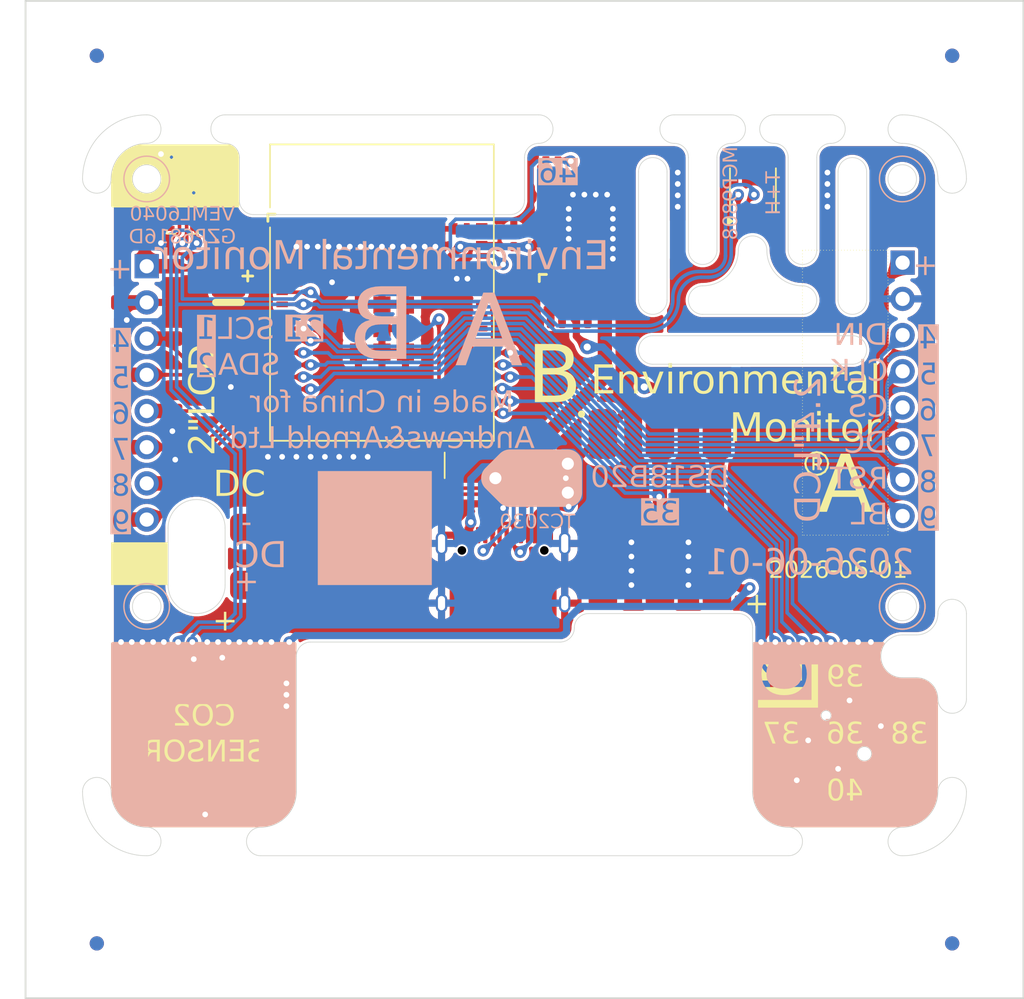
<source format=kicad_pcb>
(kicad_pcb (version 20241229) (generator "pcbnew") (generator_version "9.0")
  (title_block (title "Env3") (comment 1 "www.me.uk") (comment 2 "@TheRealRevK") (comment 3 "Adrian Kennard Andrews & Arnold Ltd"))
  (layers (0 "F.Cu" signal) (2 "B.Cu" signal) (13 "F.Paste" user) (15 "B.Paste" user) (5 "F.SilkS" user "F.Silkscreen") (7 "B.SilkS" user "B.Silkscreen") (1 "F.Mask" user) (3 "B.Mask" user) (25 "Edge.Cuts" user))
  (net 0 "")
  (net 1 "GND")
  (net 2 "+3.3V")
  (net 3 "Net-(U1-EN)")
  (net 4 "DC")
  (net 6 "LED")
  (net 7 "Net-(D19-A)")
  (net 8 "VBUS")
  (net 9 "TEMP")
  (net 10 "Net-(J5-Pin_2)")
  (net 11 "D-")
  (net 12 "D+")
  (net 15 "Net-(J6-CC2)")
  (net 16 "Net-(J6-CC1)")
  (net 21 "SDA")
  (net 37 "SCL")
  (net 56 "CS")
  (net 57 "CLK")
  (net 58 "DIN")
  (net 59 "RST")
  (net 60 "BL")
  (net 61 "VDC")
  (net 78 "P")
  (net 79 "E")
  (net 80 "N")
  (net 81 "S")
  (net 82 "W")
  (footprint "RevK:C_0402" (layer "F.Cu") (at 101.75 78)
    (property "Reference" "C8" (hide yes))
    (property "Value" "100nF" (hide yes))
  )
  (footprint "RevK:R_0402_" (layer "F.Cu") (at 104.9375 87.65 180)
    (property "Reference" "R27" (hide yes))
    (property "Value" "1M" (hide yes))
  )
  (footprint "RevK:R_0402" (layer "F.Cu") (at 97.25 100.8 90)
    (property "Reference" "R3" (hide yes))
    (property "Value" "5K1" (hide yes))
  )
  (footprint "RevK:R_0402_" (layer "F.Cu") (at 101.337499 87.65 180)
    (property "Reference" "R18" (hide yes))
    (property "Value" "39k2" (hide yes))
  )
  (footprint "RevK:Switch-Nav5" (layer "F.Cu") (at 122.5 116.5 45)
    (property "Reference" "SW1" (hide yes))
    (property "Value" "~")
    (fp_circle (center 0 -1.9) (end 0.349999 -1.9) (stroke (width 0.05)) (fill no) (layer "Edge.Cuts"))
    (fp_circle (center 0 1.9) (end 0.5 1.899999) (stroke (width 0.05)) (fill no) (layer "Edge.Cuts"))
  )
  (footprint "RevK:C_0603_" (layer "F.Cu") (at 105.6375 84.45 -90)
    (property "Reference" "C21" (hide yes))
    (property "Value" "10uF 35V")
  )
  (footprint "RevK:VEML6040" (layer "F.Cu") (at 77 76.5)
    (property "Reference" "U8" (hide yes))
    (property "Value" "VEML6040")
  )
  (footprint "RevK:C_0402" (layer "F.Cu") (at 98.75 81.25)
    (property "Reference" "C3" (hide yes))
    (property "Value" "1uF" (hide yes))
  )
  (footprint "RevK:C_0402" (layer "F.Cu") (at 74 80 -90)
    (property "Reference" "C9" (hide yes))
    (property "Value" "100nF" (hide yes))
  )
  (footprint "RevK:C_0402" (layer "F.Cu") (at 81.5 83.25 90)
    (property "Reference" "C1" (hide yes))
    (property "Value" "100nF" (hide yes))
  )
  (footprint "RevK:R_0402" (layer "F.Cu") (at 98.75 82.25 180)
    (property "Reference" "R5" (hide yes))
    (property "Value" "10K" (hide yes))
  )
  (footprint "RevK:R_0402" (layer "F.Cu") (at 76.25 77.75)
    (property "Reference" "R7" (hide yes))
    (property "Value" "10K" (hide yes))
  )
  (footprint "RevK:C_0603_" (layer "F.Cu") (at 100.6375 84.45 -90)
    (property "Reference" "C22" (hide yes))
    (property "Value" "10uF 6.3V")
  )
  (footprint "RevK:C_0402" (layer "F.Cu") (at 78.25 79 180)
    (property "Reference" "C10" (hide yes))
    (property "Value" "100nF" (hide yes))
  )
  (footprint "RevK:C_0402" (layer "F.Cu") (at 114 93)
    (property "Reference" "C11" (hide yes))
    (property "Value" "100nF" (hide yes))
  )
  (footprint "RevK:PinSocket_1x08_P2.54mm_Vertical_SMD" (layer "F.Cu") (at 73.5 83.625)
    (property "Reference" "J1" (hide yes))
    (property "Value" "LCD")
  )
  (footprint "RevK:C_0402" (layer "F.Cu") (at 80.5 83.25 90)
    (property "Reference" "C2" (hide yes))
    (property "Value" "22uF" (hide yes))
  )
  (footprint "RevK:D_SOD-123" (layer "F.Cu") (at 101.5 98.75 -90)
    (property "Reference" "D20" (hide yes))
    (property "Value" "MBR0530")
  )
  (footprint "RevK:C_0603_" (layer "F.Cu") (at 103.1375 83.75 180)
    (property "Reference" "C23" (hide yes))
    (property "Value" "100nF")
  )
  (footprint "RevK:C_0402" (layer "F.Cu") (at 79.3 122.2)
    (property "Reference" "C5" (hide yes))
    (property "Value" "100nF" (hide yes))
  )
  (footprint "RevK:SCD41" (layer "F.Cu") (at 77.5 116.5 180)
    (property "Reference" "U2" (hide yes))
    (property "Value" "SCD41")
  )
  (footprint "RevK:WAGO-2060-453-998-404" (layer "F.Cu") (at 109.5 100 90)
    (property "Reference" "J3" (hide yes))
    (property "Value" "TEMP")
  )
  (footprint "RevK:USB-C-Socket-H" (layer "F.Cu") (at 98.5 103.57)
    (property "Reference" "J6" (hide yes))
    (property "Value" "USB-C-Socket-H")
  )
  (footprint "RevK:CP_EIA-3528-21_Kemet-B" (layer "F.Cu") (at 79.2375 86.6625 90)
    (property "Reference" "C4" (hide yes))
    (property "Value" "220uF Tant")
  )
  (footprint "RevK:WAGO-2060-452-998-404" (layer "F.Cu") (at 87 104)
    (property "Reference" "J2" (hide yes))
    (property "Value" "DC")
  )
  (footprint "RevK:VCUT70" (layer "F.Cu") (at 129 100 -90)
    (property "Reference" "V4" (hide yes))
    (property "Value" "~")
  )
  (footprint "RevK:SOT-23-6-MD8942" (layer "F.Cu") (at 103.1375 85.75 180)
    (property "Reference" "U3" (hide yes))
    (property "Value" "MD8942")
  )
  (footprint "RevK:R_0402" (layer "F.Cu") (at 110 93)
    (property "Reference" "R13" (hide yes))
    (property "Value" "4k7" (hide yes))
  )
  (footprint "RevK:VCUT70" (layer "F.Cu") (at 100 75)
    (property "Reference" "V1" (hide yes))
    (property "Value" "~")
  )
  (footprint "Package_LGA:Bosch_LGA-8_2x2.5mm_P0.65mm_ClockwisePinNumbering" (layer "F.Cu") (at 76 80 -90)
    (property "Reference" "U5" (hide yes))
    (property "Value" "GZP6816D")
  )
  (footprint "RevK:VCUT70" (layer "F.Cu") (at 100 123 180)
    (property "Reference" "V2" (hide yes))
    (property "Value" "~")
  )
  (footprint "RevK:L_4x4_" (layer "F.Cu") (at 103.1375 81.15 180)
    (property "Reference" "L4" (hide yes))
    (property "Value" "10uH")
  )
  (footprint "RevK:SMD1010" (layer "F.Cu") (at 101.925 76.575 90)
    (property "Reference" "D4" (hide yes))
    (property "Value" "XL-1010RGBC-WS2812B" (hide yes))
  )
  (footprint "RevK:ESP32-S3-MINI-1" (layer "F.Cu") (at 90 88)
    (property "Reference" "U1" (hide yes))
    (property "Value" "ESP32-S3-MINI-1" (hide yes))
  )
  (footprint "Package_SO:MSOP-8_3x3mm_P0.65mm" (layer "F.Cu") (at 116.025 78.25 90)
    (property "Reference" "U4" (hide yes))
    (property "Value" "MCP9808_MSOP")
  )
  (footprint "RevK:D_SOD-123" (layer "F.Cu") (at 93.3 97.6 180)
    (property "Reference" "D19" (hide yes))
    (property "Value" "MBR0530")
  )
  (footprint "RevK:PCB7070" (layer "F.Cu") (at 100 100)
    (property "Reference" "PCB1" (hide yes))
    (property "Value" "70x70" (hide yes))
    (fp_line (start -35 -35) (end 35 -35) (stroke (width 0.12)) (layer "Edge.Cuts"))
    (fp_line (start -35 35) (end -35 -35) (stroke (width 0.12)) (layer "Edge.Cuts"))
    (fp_line (start 35 -35) (end 35 35) (stroke (width 0.12)) (layer "Edge.Cuts"))
    (fp_line (start 35 35) (end -35 35) (stroke (width 0.12)) (layer "Edge.Cuts"))
  )
  (footprint "RevK:R_0402_" (layer "F.Cu") (at 103.1375 87.65 180)
    (property "Reference" "R17" (hide yes))
    (property "Value" "124k" (hide yes))
  )
  (footprint "RevK:VCUT70" (layer "F.Cu") (at 71 100 90)
    (property "Reference" "V3" (hide yes))
    (property "Value" "~")
  )
  (footprint "RevK:R_0402" (layer "F.Cu") (at 100 100.8 90)
    (property "Reference" "R4" (hide yes))
    (property "Value" "5K1" (hide yes))
  )
  (footprint "RevK:C_0402" (layer "F.Cu") (at 110.75 81.75 90)
    (property "Reference" "C6" (hide yes))
    (property "Value" "100nF" (hide yes))
  )
  (footprint "RevK:C_0402" (layer "F.Cu") (at 77.25 84.25 -90)
    (property "Reference" "C7" (hide yes))
    (property "Value" "100nF" (hide yes))
  )
  (footprint "RevK:R_0402" (layer "F.Cu") (at 78.25 77.75 180)
    (property "Reference" "R6" (hide yes))
    (property "Value" "10K" (hide yes))
  )
  (footprint "RevK:Tag-Connect_TC2030-IDC-NL_2x03_P1.27mm_Vertical" (layer "B.Cu") (at 100.5 98.5)
    (property "Reference" "J7" (hide yes))
    (property "Value" "TC2030-USB-NL-DS")
  )
  (footprint "RevK:AA-Pad" (layer "B.Cu") (at 90 88 180)
    (property "Reference" "J5" (hide yes))
    (property "Value" "Reset")
  )
  (footprint "RevK:PinHeader_1x08_P2.54mm_Vertical" (layer "B.Cu") (at 126.525 83.375 180)
    (property "Reference" "J4" (hide yes))
    (property "Value" "LCD")
  )
  (gr_rect (start 71 103) (end 75 106) (fill yes) (layer "F.SilkS"))
  (gr_rect (start 119.5 82.5) (end 125.5 102.5) (stroke (width 0.05) (type dot)) (fill no) (layer "F.SilkS"))
  (gr_circle (center 73.5 107.5) (end 75.1 107.5) (stroke (width 0.1)) (fill no) (layer "B.SilkS"))
  (gr_rect (start 85.5 98) (end 93.5 106) (fill yes) (layer "B.SilkS"))
  (gr_circle (center 126.5 77.5) (end 128.1 77.5) (stroke (width 0.1)) (fill no) (layer "B.SilkS"))
  (gr_circle (center 126.5 107.5) (end 128.1 107.5) (stroke (width 0.1)) (fill no) (layer "B.SilkS"))
  (gr_circle (center 126.5 107.5) (end 128.1 107.5) (stroke (width 0.1)) (fill no) (layer "B.SilkS"))
  (gr_circle (center 73.5 77.5) (end 75.1 77.5) (stroke (width 0.1)) (fill no) (layer "B.SilkS"))
  (gr_line (start 110 77) (end 110 86) (stroke (width 0.05)) (layer "Edge.Cuts"))
  (gr_arc (start 81.5 125) (mid 80.5 124) (end 81.5 123) (stroke (width 0.05)) (layer "Edge.Cuts"))
  (gr_arc (start 73.5 73) (mid 74.5 74) (end 73.5 75) (stroke (width 0.05)) (layer "Edge.Cuts"))
  (gr_line (start 111.5 76) (end 111.5 82.5) (stroke (width 0.05)) (layer "Edge.Cuts"))
  (gr_line (start 104.5 108) (end 115 108) (stroke (width 0.05)) (layer "Edge.Cuts"))
  (gr_arc (start 113.5 76) (mid 113.792893 75.292893) (end 114.5 75) (stroke (width 0.05)) (layer "Edge.Cuts"))
  (gr_arc (start 100 76) (mid 100.292893 75.292893) (end 101 75) (stroke (width 0.05)) (layer "Edge.Cuts"))
  (gr_line (start 84 120.5) (end 84 111) (stroke (width 0.05)) (layer "Edge.Cuts"))
  (gr_arc (start 71 77.5) (mid 70 78.5) (end 69 77.5) (stroke (width 0.05)) (layer "Edge.Cuts"))
  (gr_arc (start 115 108) (mid 115.707107 108.292893) (end 116 109) (stroke (width 0.05)) (layer "Edge.Cuts"))
  (gr_arc (start 103.5 109) (mid 103.207107 109.707107) (end 102.5 110) (stroke (width 0.05)) (layer "Edge.Cuts"))
  (gr_line (start 116 109) (end 116 120.5) (stroke (width 0.05)) (layer "Edge.Cuts"))
  (gr_arc (start 117.5 75) (mid 118.207107 75.292893) (end 118.5 76) (stroke (width 0.05)) (layer "Edge.Cuts"))
  (gr_arc (start 123 88.5) (mid 124 89.5) (end 123 90.5) (stroke (width 0.05)) (layer "Edge.Cuts"))
  (gr_arc (start 69 77.5) (mid 70.318019 74.318019) (end 73.5 73) (stroke (width 0.05)) (layer "Edge.Cuts"))
  (gr_line (start 75 102) (end 75 106) (stroke (width 0.05)) (layer "Edge.Cuts"))
  (gr_arc (start 131 114) (mid 130 115) (end 129 114) (stroke (width 0.05)) (layer "Edge.Cuts"))
  (gr_arc (start 100 79) (mid 99.707107 79.707107) (end 99 80) (stroke (width 0.05)) (layer "Edge.Cuts"))
  (gr_line (start 118.5 76) (end 118.5 82.5) (stroke (width 0.05)) (layer "Edge.Cuts"))
  (gr_arc (start 127.5 112.5) (mid 128.56066 112.93934) (end 129 114) (stroke (width 0.05)) (layer "Edge.Cuts"))
  (gr_line (start 122 77) (end 122 86) (stroke (width 0.05)) (layer "Edge.Cuts"))
  (gr_arc (start 126.5 125) (mid 125.5 124) (end 126.5 123) (stroke (width 0.05)) (layer "Edge.Cuts"))
  (gr_line (start 120.5 76) (end 120.5 82.5) (stroke (width 0.05)) (layer "Edge.Cuts"))
  (gr_line (start 131 108) (end 131 114) (stroke (width 0.05)) (layer "Edge.Cuts"))
  (gr_line (start 101 73) (end 79 73) (stroke (width 0.05)) (layer "Edge.Cuts"))
  (gr_arc (start 124 86) (mid 123 87) (end 122 86) (stroke (width 0.05)) (layer "Edge.Cuts"))
  (gr_arc (start 129 108) (mid 130 107) (end 131 108) (stroke (width 0.05)) (layer "Edge.Cuts"))
  (gr_line (start 126.5 109.5) (end 127.5 109.5) (stroke (width 0.05)) (layer "Edge.Cuts"))
  (gr_arc (start 84 120.5) (mid 83.267767 122.267767) (end 81.5 123) (stroke (width 0.05)) (layer "Edge.Cuts"))
  (gr_line (start 123 90.5) (end 109 90.5) (stroke (width 0.05)) (layer "Edge.Cuts"))
  (gr_arc (start 119.5 85) (mid 120.5 86) (end 119.5 87) (stroke (width 0.05)) (layer "Edge.Cuts"))
  (gr_arc (start 114.5 73) (mid 115.5 74) (end 114.5 75) (stroke (width 0.05)) (layer "Edge.Cuts"))
  (gr_line (start 79 102) (end 79 106) (stroke (width 0.05)) (layer "Edge.Cuts"))
  (gr_arc (start 129 120.5) (mid 130 119.5) (end 131 120.5) (stroke (width 0.05)) (layer "Edge.Cuts"))
  (gr_arc (start 109 90.5) (mid 108 89.5) (end 109 88.5) (stroke (width 0.05)) (layer "Edge.Cuts"))
  (gr_line (start 114.5 73) (end 110.5 73) (stroke (width 0.05)) (layer "Edge.Cuts"))
  (gr_line (start 80 76) (end 80 79) (stroke (width 0.05)) (layer "Edge.Cuts"))
  (gr_line (start 81.5 125) (end 118.5 125) (stroke (width 0.05)) (layer "Edge.Cuts"))
  (gr_arc (start 117.5 75) (mid 116.5 74) (end 117.5 73) (stroke (width 0.05)) (layer "Edge.Cuts"))
  (gr_arc (start 110 86) (mid 109 87) (end 108 86) (stroke (width 0.05)) (layer "Edge.Cuts"))
  (gr_arc (start 101 73) (mid 102 74) (end 101 75) (stroke (width 0.05)) (layer "Edge.Cuts"))
  (gr_arc (start 122 77) (mid 123 76) (end 124 77) (stroke (width 0.05)) (layer "Edge.Cuts"))
  (gr_arc (start 120.5 76) (mid 120.792893 75.292893) (end 121.5 75) (stroke (width 0.05)) (layer "Edge.Cuts"))
  (gr_arc (start 115 82.5) (mid 116 81.5) (end 117 82.5) (stroke (width 0.05)) (layer "Edge.Cuts"))
  (gr_arc (start 112.5 87) (mid 111.5 86) (end 112.5 85) (stroke (width 0.05)) (layer "Edge.Cuts"))
  (gr_arc (start 120.5 82.5) (mid 119.5 83.5) (end 118.5 82.5) (stroke (width 0.05)) (layer "Edge.Cuts"))
  (gr_arc (start 73.5 125) (mid 70.318019 123.681981) (end 69 120.5) (stroke (width 0.05)) (layer "Edge.Cuts"))
  (gr_arc (start 115 82.5) (mid 114.267767 84.267767) (end 112.5 85) (stroke (width 0.05)) (layer "Edge.Cuts"))
  (gr_arc (start 73.5 123) (mid 74.5 124) (end 73.5 125) (stroke (width 0.05)) (layer "Edge.Cuts"))
  (gr_line (start 113.5 76) (end 113.5 82.5) (stroke (width 0.05)) (layer "Edge.Cuts"))
  (gr_arc (start 118.5 123) (mid 116.732233 122.267767) (end 116 120.5) (stroke (width 0.05)) (layer "Edge.Cuts"))
  (gr_arc (start 71 77.5) (mid 71.732233 75.732233) (end 73.5 75) (stroke (width 0.05)) (layer "Edge.Cuts"))
  (gr_arc (start 73.5 123) (mid 71.732233 122.267767) (end 71 120.5) (stroke (width 0.05)) (layer "Edge.Cuts"))
  (gr_arc (start 84 111) (mid 84.292893 110.292893) (end 85 110) (stroke (width 0.05)) (layer "Edge.Cuts"))
  (gr_arc (start 108 77) (mid 109 76) (end 110 77) (stroke (width 0.05)) (layer "Edge.Cuts"))
  (gr_arc (start 126.5 73) (mid 129.681981 74.318019) (end 131 77.5) (stroke (width 0.05)) (layer "Edge.Cuts"))
  (gr_arc (start 110.5 75) (mid 109.5 74) (end 110.5 73) (stroke (width 0.05)) (layer "Edge.Cuts"))
  (gr_arc (start 79 75) (mid 79.707107 75.292893) (end 80 76) (stroke (width 0.05)) (layer "Edge.Cuts"))
  (gr_line (start 109 88.5) (end 123 88.5) (stroke (width 0.05)) (layer "Edge.Cuts"))
  (gr_arc (start 121.5 73) (mid 122.5 74) (end 121.5 75) (stroke (width 0.05)) (layer "Edge.Cuts"))
  (gr_circle (center 126.5 107.5) (end 127.5 107.5) (stroke (width 0.05)) (fill no) (layer "Edge.Cuts"))
  (gr_arc (start 119.5 85) (mid 117.732233 84.267767) (end 117 82.5) (stroke (width 0.05)) (layer "Edge.Cuts"))
  (gr_arc (start 79 75) (mid 78 74) (end 79 73) (stroke (width 0.05)) (layer "Edge.Cuts"))
  (gr_line (start 108 77) (end 108 86) (stroke (width 0.05)) (layer "Edge.Cuts"))
  (gr_line (start 100 79) (end 100 76) (stroke (width 0.05)) (layer "Edge.Cuts"))
  (gr_arc (start 113.5 82.5) (mid 112.5 83.5) (end 111.5 82.5) (stroke (width 0.05)) (layer "Edge.Cuts"))
  (gr_arc (start 118.5 123) (mid 119.5 124) (end 118.5 125) (stroke (width 0.05)) (layer "Edge.Cuts"))
  (gr_arc (start 131 77.5) (mid 130 78.5) (end 129 77.5) (stroke (width 0.05)) (layer "Edge.Cuts"))
  (gr_line (start 117.5 73) (end 121.5 73) (stroke (width 0.05)) (layer "Edge.Cuts"))
  (gr_arc (start 79 106) (mid 77 108) (end 75 106) (stroke (width 0.05)) (layer "Edge.Cuts"))
  (gr_arc (start 103.5 109) (mid 103.792893 108.292893) (end 104.5 108) (stroke (width 0.05)) (layer "Edge.Cuts"))
  (gr_arc (start 131 120.5) (mid 129.681981 123.681981) (end 126.5 125) (stroke (width 0.05)) (layer "Edge.Cuts"))
  (gr_line (start 126.5 112.5) (end 127.5 112.5) (stroke (width 0.05)) (layer "Edge.Cuts"))
  (gr_arc (start 129 120.5) (mid 128.267767 122.267767) (end 126.5 123) (stroke (width 0.05)) (layer "Edge.Cuts"))
  (gr_arc (start 126.5 112.5) (mid 125 111) (end 126.5 109.5) (stroke (width 0.05)) (layer "Edge.Cuts"))
  (gr_arc (start 81 80) (mid 80.292893 79.707107) (end 80 79) (stroke (width 0.05)) (layer "Edge.Cuts"))
  (gr_line (start 102.5 110) (end 85 110) (stroke (width 0.05)) (layer "Edge.Cuts"))
  (gr_arc (start 129 108) (mid 128.56066 109.06066) (end 127.5 109.5) (stroke (width 0.05)) (layer "Edge.Cuts"))
  (gr_circle (center 73.5 107.5) (end 74.5 107.5) (stroke (width 0.05)) (fill no) (layer "Edge.Cuts"))
  (gr_arc (start 126.5 75) (mid 125.5 74) (end 126.5 73) (stroke (width 0.05)) (layer "Edge.Cuts"))
  (gr_circle (center 126.5 77.5) (end 127.5 77.5) (stroke (width 0.05)) (fill no) (layer "Edge.Cuts"))
  (gr_arc (start 110.5 75) (mid 111.207107 75.292893) (end 111.5 76) (stroke (width 0.05)) (layer "Edge.Cuts"))
  (gr_arc (start 126.5 75) (mid 128.267767 75.732233) (end 129 77.5) (stroke (width 0.05)) (layer "Edge.Cuts"))
  (gr_line (start 81 80) (end 99 80) (stroke (width 0.05)) (layer "Edge.Cuts"))
  (gr_line (start 112.5 87) (end 119.5 87) (stroke (width 0.05)) (layer "Edge.Cuts"))
  (gr_circle (center 73.5 77.5) (end 74.5 77.5) (stroke (width 0.05)) (fill no) (layer "Edge.Cuts"))
  (gr_line (start 124 77) (end 124 86) (stroke (width 0.05)) (layer "Edge.Cuts"))
  (gr_arc (start 69 120.5) (mid 70 119.5) (end 71 120.5) (stroke (width 0.05)) (layer "Edge.Cuts"))
  (gr_arc (start 75 102) (mid 77 100) (end 79 102) (stroke (width 0.05)) (layer "Edge.Cuts"))
  (gr_text "." (at 74.9 76.15 0) (layer "F.SilkS" knockout) (effects (font (size 1 1)) (justify left bottom)))
  (gr_text "C" (at 118.1 111.4 90) (layer "F.SilkS" knockout) (effects (font (size 2.5 2.5) (thickness 0.125))))
  (gr_text "DC" (at 80 99 0) (layer "F.SilkS") (effects (font (size 1.8 1.8))))
  (gr_text "${CURRENT_DATE}" (at 122 105 0) (layer "F.SilkS") (effects (font (size 1.2 1.2))))
  (gr_text "+" (at 79 108.5 180) (layer "F.SilkS") (effects (font (size 1.5 1.5))))
  (gr_text "B" (at 102.1 91.5 0) (layer "F.SilkS") (effects (font (size 4 4))))
  (gr_text "+" (at 116.3 107.3 180) (layer "F.SilkS") (effects (font (size 1.5 1.5))))
  (gr_text "." (at 76.46 78.65 0) (layer "F.SilkS" knockout) (effects (font (size 1 1)) (justify left bottom)))
  (gr_text "®" (at 120.5 97.5 0) (layer "F.SilkS") (effects (font (size 1.2 1.2))))
  (gr_text "." (at 117.5 116.5 0) (layer "F.SilkS" knockout) (effects (font (size 1 1)) (justify left bottom)))
  (gr_text "Environmental\nMonitor" (at 125 96.25 0) (layer "F.SilkS") (effects (font (size 2 2)) (justify right bottom)))
  (gr_text "A" (at 122.5 99.2 0) (layer "F.SilkS") (effects (font (size 4 4))))
  (gr_text "2{dblquote}LCD" (at 77.5 93 90) (layer "F.SilkS") (effects (font (size 1.8 1.8))))
  (gr_text "." (at 82.5 119.5 0) (layer "F.SilkS" knockout) (effects (font (size 1 1)) (justify left bottom)))
  (gr_text "40" (at 122.5 120.5 0) (layer "B.SilkS" knockout) (effects (font (size 1.5 1.5)) (justify mirror)))
  (gr_text "21" (at 83.2 89 0) (layer "B.SilkS" knockout) (effects (font (size 1.5 1.5)) (justify right bottom mirror)))
  (gr_text "-" (at 80.5 101.75 180) (layer "B.SilkS") (effects (font (size 1.5 1.5)) (justify mirror)))
  (gr_text "2.4{dblquote}LCD" (at 120 96.5 90) (layer "B.SilkS") (effects (font (size 1.8 1.8)) (justify mirror)))
  (gr_text "35" (at 109.5 101 0) (layer "B.SilkS" knockout) (effects (font (size 1.5 1.5)) (justify mirror)))
  (gr_text "4\n5\n6\n7\n8\n9" (at 71 102.5 0) (layer "B.SilkS" knockout) (effects (font (size 1.5 1.5)) (justify right bottom mirror)))
  (gr_text "4\n5\n6\n7\n8\n9" (at 129 102.25 0) (layer "B.SilkS" knockout) (effects (font (size 1.5 1.5)) (justify left bottom mirror)))
  (gr_text "TC2030" (at 100.9 101.6 0) (layer "B.SilkS") (effects (font (size 1 1)) (justify mirror)))
  (gr_text "MCP9808" (at 114.5 78.5 90) (layer "B.SilkS") (effects (font (size 1 1)) (justify mirror)))
  (gr_text "+" (at 80.5 105.75 180) (layer "B.SilkS") (effects (font (size 1.5 1.5)) (justify mirror)))
  (gr_text "DIN\nCLK\nCS\nDC\nRST\nBL" (at 125.5 102 0) (layer "B.SilkS") (effects (font (size 1.5 1.5)) (justify left bottom mirror)))
  (gr_text "VEML6040" (at 76 80 0) (layer "B.SilkS") (effects (font (size 1 1)) (justify mirror)))
  (gr_text "T+H" (at 117.5 78.5 90) (layer "B.SilkS") (effects (font (size 1 1)) (justify mirror)))
  (gr_text "GZP6816D" (at 76 81.6 0) (layer "B.SilkS") (effects (font (size 1 1)) (justify mirror)))
  (gr_text "C" (at 118.5 112.5 90) (layer "B.SilkS" knockout) (effects (font (size 3 3))))
  (gr_text "1\n2" (at 77 91.5 0) (layer "B.SilkS" knockout) (effects (font (size 1.5 1.5)) (justify right bottom mirror)))
  (gr_text "${CURRENT_DATE}" (at 120 104.5 0) (layer "B.SilkS") (effects (font (size 1.8 1.8)) (justify mirror)))
  (gr_text "38" (at 127 116.5 0) (layer "B.SilkS" knockout) (effects (font (size 1.5 1.5)) (justify mirror)))
  (gr_text "37" (at 118 116.5 0) (layer "B.SilkS" knockout) (effects (font (size 1.5 1.5)) (justify mirror)))
  (gr_text "Environmental Monitor" (at 90 83 0) (layer "B.SilkS") (effects (font (size 2 2)) (justify mirror)))
  (gr_text "Made in China for\nAndrews&Arnold Ltd" (at 90 94.5 0) (layer "B.SilkS") (effects (font (size 1.5 1.5)) (justify mirror)))
  (gr_text "DS18B20" (at 109.5 98.5 0) (layer "B.SilkS") (effects (font (size 1.5 1.5)) (justify mirror)))
  (gr_text "CO2\nSENSOR" (at 77.5 116.5 0) (layer "B.SilkS" knockout) (effects (font (size 1.5 1.5)) (justify mirror)))
  (gr_text "39" (at 122.5 112.5 0) (layer "B.SilkS" knockout) (effects (font (size 1.5 1.5)) (justify mirror)))
  (gr_text "46" (at 101 78 0) (layer "B.SilkS" knockout) (effects (font (size 1.5 1.5)) (justify right bottom mirror)))
  (gr_text "A" (at 97.5 88.5 0) (layer "B.SilkS") (effects (font (size 5 5)) (justify mirror)))
  (gr_text "+" (at 72.5 84.75 0) (layer "B.SilkS") (effects (font (size 1.5 1.5)) (justify left bottom mirror)))
  (gr_text "+" (at 129 84.5 0) (layer "B.SilkS") (effects (font (size 1.5 1.5)) (justify left bottom mirror)))
  (gr_text "SCL\nSDA" (at 78.5 91.5 0) (layer "B.SilkS") (effects (font (size 1.5 1.5)) (justify right bottom mirror)))
  (gr_text "DC" (at 81.5 104 0) (layer "B.SilkS") (effects (font (size 1.8 1.8)) (justify mirror)))
  (gr_text "36" (at 122.5 116.5 0) (layer "B.SilkS" knockout) (effects (font (size 1.5 1.5)) (justify mirror)))
  (segment (start 74.5 82) (end 75.099 81.401) (width 0.25) (layer "F.Cu") (net 1))
  (segment (start 75.8 78.6) (end 76.1 78.3) (width 0.25) (layer "F.Cu") (net 1))
  (segment (start 97 95) (end 99.5 95) (width 0.5) (layer "F.Cu") (net 1))
  (segment (start 75.8 81.302) (end 75.8 79.7) (width 0.25) (layer "F.Cu") (net 1))
  (segment (start 97.25 100.3) (end 96.598586 100.3) (width 0.25) (layer "F.Cu") (net 1))
  (segment (start 124.833452 114.166548) (end 122.5 116.5) (width 0.5) (layer "F.Cu") (net 1))
  (segment (start 80 119) (end 78.7 117.7) (width 0.5) (layer "F.Cu") (net 1))
  (segment (start 99.5 95) (end 100.837499 93.662501) (width 0.5) (layer "F.Cu") (net 1))
  (segment (start 80 120.5) (end 80 119) (width 0.5) (layer "F.Cu") (net 1))
  (segment (start 80 114) (end 78.7 115.3) (width 0.5) (layer "F.Cu") (net 1))
  (segment (start 125.5 113) (end 124.3 111.8) (width 0.5) (layer "F.Cu") (net 1))
  (segment (start 80 112.5) (end 80 114) (width 0.5) (layer "F.Cu") (net 1))
  (segment (start 77.246 77.251) (end 76.726 76.731) (width 0.2) (layer "F.Cu") (net 1))
  (segment (start 96.598586 100.3) (end 95.3 101.598586) (width 0.25) (layer "F.Cu") (net 1))
  (segment (start 76.8 79.025) (end 77.725 79.025) (width 0.25) (layer "F.Cu") (net 1))
  (segment (start 124.833452 114.166548) (end 125.5 113.5) (width 0.5) (layer "F.Cu") (net 1))
  (segment (start 75.8 78.9) (end 75.8 78.6) (width 0.25) (layer "F.Cu") (net 1))
  (segment (start 77.75 79) (end 77.246 78.496) (width 0.2) (layer "F.Cu") (net 1))
  (segment (start 75.2 79.675) (end 75.775 79.675) (width 0.25) (layer "F.Cu") (net 1))
  (segment (start 75.701 81.401) (end 75.8 81.302) (width 0.25) (layer "F.Cu") (net 1))
  (segment (start 76.726 76.731) (end 76.726 76.551) (width 0.2) (layer "F.Cu") (net 1))
  (segment (start 76.726 76.551) (end 76.325 76.15) (width 0.2) (layer "F.Cu") (net 1))
  (segment (start 124.3 111.8) (end 124.3 110) (width 0.5) (layer "F.Cu") (net 1))
  (segment (start 74.825 79.675) (end 75.2 79.675) (width 0.25) (layer "F.Cu") (net 1))
  (segment (start 95.3 101.598586) (end 95.3 102.5) (width 0.25) (layer "F.Cu") (net 1))
  (segment (start 125.5 113.5) (end 125.5 113) (width 0.5) (layer "F.Cu") (net 1))
  (segment (start 75.099 81.401) (end 75.701 81.401) (width 0.25) (layer "F.Cu") (net 1))
  (segment (start 75.8 79.7) (end 75.8 78.9) (width 0.25) (layer "F.Cu") (net 1))
  (segment (start 75.775 79.675) (end 75.8 79.7) (width 0.25) (layer "F.Cu") (net 1))
  (segment (start 100.837499 93.662501) (end 100.837499 87.65) (width 0.5) (layer "F.Cu") (net 1))
  (segment (start 74 80.5) (end 74.825 79.675) (width 0.25) (layer "F.Cu") (net 1))
  (segment (start 72.1 87.4) (end 72.1 86.315) (width 0.25) (layer "F.Cu") (net 1))
  (segment (start 77.246 78.496) (end 77.246 77.251) (width 0.2) (layer "F.Cu") (net 1))
  (via (at 111.5 103) (size 0.8) (drill 0.4) (layers "F.Cu" "B.Cu") (net 1))
  (via (at 90.75 82.25) (size 0.8) (drill 0.4) (layers "F.Cu" "B.Cu") (net 1))
  (via (at 107.5 105) (size 0.8) (drill 0.4) (layers "F.Cu" "B.Cu") (net 1))
  (via (at 103.4 78.6) (size 0.8) (drill 0.4) (layers "F.Cu" "B.Cu") (net 1))
  (via (at 73.2 110) (size 0.8) (drill 0.4) (layers "F.Cu" "B.Cu") (net 1))
  (via (at 106.2 82.4) (size 0.8) (drill 0.4) (layers "F.Cu" "B.Cu") (net 1))
  (via (at 106.2 79.6) (size 0.8) (drill 0.4) (layers "F.Cu" "B.Cu") (net 1))
  (via (at 86.5 84.75) (size 0.8) (drill 0.4) (layers "F.Cu" "B.Cu") (net 1))
  (via (at 93.75 82.25) (size 0.8) (drill 0.4) (layers "F.Cu" "B.Cu") (net 1))
  (via (at 96 84.5) (size 0.8) (drill 0.4) (layers "F.Cu" "B.Cu") (net 1))
  (via (at 74.5 75.75) (size 0.8) (drill 0.4) (layers "F.Cu" "B.Cu") (net 1))
  (via (at 78.5 110) (size 0.8) (drill 0.4) (layers "F.Cu" "B.Cu") (net 1))
  (via (at 121.25 79.45) (size 0.8) (drill 0.4) (layers "F.Cu" "B.Cu") (net 1))
  (via (at 116.6 110) (size 0.8) (drill 0.4) (layers "F.Cu" "B.Cu") (net 1))
  (via (at 90 82.25) (size 0.8) (drill 0.4) (layers "F.Cu" "B.Cu") (net 1))
  (via (at 111.5 104) (size 0.8) (drill 0.4) (layers "F.Cu" "B.Cu") (net 1))
  (via (at 86 97) (size 0.8) (drill 0.4) (layers "F.Cu" "B.Cu") (net 1))
  (via (at 122.5 110) (size 0.8) (drill 0.4) (layers "F.Cu" "B.Cu") (net 1))
  (via (at 107.5 104) (size 0.8) (drill 0.4) (layers "F.Cu" "B.Cu") (net 1))
  (via (at 103.1 80.3) (size 0.8) (drill 0.4) (layers "F.Cu" "B.Cu") (net 1))
  (via (at 121.25 77.85) (size 0.8) (drill 0.4) (layers "F.Cu" "B.Cu") (net 1))
  (via (at 73.95 110) (size 0.8) (drill 0.4) (layers "F.Cu" "B.Cu") (net 1))
  (via (at 82.25 110) (size 0.8) (drill 0.4) (layers "F.Cu" "B.Cu") (net 1))
  (via (at 83 97) (size 0.8) (drill 0.4) (layers "F.Cu" "B.Cu") (net 1))
  (via (at 75.5 97.2) (size 0.8) (drill 0.4) (layers "F.Cu" "B.Cu") (net 1))
  (via (at 103.1 81) (size 0.8) (drill 0.4) (layers "F.Cu" "B.Cu") (net 1))
  (via (at 88.5 82.25) (size 0.8) (drill 0.4) (layers "F.Cu" "B.Cu") (net 1))
  (via (at 105 78.6) (size 0.8) (drill 0.4) (layers "F.Cu" "B.Cu") (net 1))
  (via (at 81.5 110) (size 0.8) (drill 0.4) (layers "F.Cu" "B.Cu") (net 1))
  (via (at 110.75 79.45) (size 0.8) (drill 0.4) (layers "F.Cu" "B.Cu") (net 1))
  (via (at 98.5 100.6) (size 0.8) (drill 0.4) (layers "F.Cu" "B.Cu") (net 1))
  (via (at 111.5 105) (size 0.8) (drill 0.4) (layers "F.Cu" "B.Cu") (net 1))
  (via (at 89.25 82.25) (size 0.8) (drill 0.4) (layers "F.Cu" "B.Cu") (net 1))
  (via (at 74.5 82) (size 0.8) (drill 0.4) (layers "F.Cu" "B.Cu") (net 1))
  (via (at 110.75 78.65) (size 0.8) (drill 0.4) (layers "F.Cu" "B.Cu") (net 1))
  (via (at 83.3 114.5) (size 0.8) (drill 0.4) (layers "F.Cu" "B.Cu") (net 1))
  (via (at 82 97) (size 0.8) (drill 0.4) (layers "F.Cu" "B.Cu") (net 1))
  (via (at 110.75 77.85) (size 0.8) (drill 0.4) (layers "F.Cu" "B.Cu") (net 1))
  (via (at 84 97) (size 0.8) (drill 0.4) (layers "F.Cu" "B.Cu") (net 1))
  (via (at 71.7 110) (size 0.8) (drill 0.4) (layers "F.Cu" "B.Cu") (net 1))
  (via (at 87 97) (size 0.8) (drill 0.4) (layers "F.Cu" "B.Cu") (net 1))
  (via (at 77.75 110) (size 0.8) (drill 0.4) (layers "F.Cu" "B.Cu") (net 1))
  (via (at 79.25 110) (size 0.8) (drill 0.4) (layers "F.Cu" "B.Cu") (net 1))
  (via (at 84 82.25) (size 0.8) (drill 0.4) (layers "F.Cu" "B.Cu") (net 1))
  (via (at 85.5 82.25) (size 0.8) (drill 0.4) (layers "F.Cu" "B.Cu") (net 1))
  (via (at 106.2 81) (size 0.8) (drill 0.4) (layers "F.Cu" "B.Cu") (net 1))
  (via (at 102.9 98.5) (size 0.8) (drill 0.4) (layers "F.Cu" "B.Cu") (net 1))
  (via (at 83.3 113.7) (size 0.8) (drill 0.4) (layers "F.Cu" "B.Cu") (net 1))
  (via (at 107.5 103) (size 0.8) (drill 0.4) (layers "F.Cu" "B.Cu") (net 1))
  (via (at 107.5 106) (size 0.8) (drill 0.4) (layers "F.Cu" "B.Cu") (net 1))
  (via (at 121.25 78.65) (size 0.8) (drill 0.4) (layers "F.Cu" "B.Cu") (net 1))
  (via (at 121.25 77.05) (size 0.8) (drill 0.4) (layers "F.Cu" "B.Cu") (net 1))
  (via (at 86.25 82.25) (size 0.8) (drill 0.4) (layers "F.Cu" "B.Cu") (net 1))
  (via (at 75.3 95.2) (size 0.8) (drill 0.4) (layers "F.Cu" "B.Cu") (net 1))
  (via (at 87.75 82.25) (size 0.8) (drill 0.4) (layers "F.Cu" "B.Cu") (net 1))
  (via (at 110.75 77.05) (size 0.8) (drill 0.4) (layers "F.Cu" "B.Cu") (net 1))
  (via (at 85 97) (size 0.8) (drill 0.4) (layers "F.Cu" "B.Cu") (net 1))
  (via (at 89 97) (size 0.8) (drill 0.4) (layers "F.Cu" "B.Cu") (net 1))
  (via (at 83.3 112.9) (size 0.8) (drill 0.4) (layers "F.Cu" "B.Cu") (net 1))
  (via (at 106.2 80.3) (size 0.8) (drill 0.4) (layers "F.Cu" "B.Cu") (net 1))
  (via (at 74.7 110) (size 0.8) (drill 0.4) (layers "F.Cu" "B.Cu") (net 1))
  (via (at 80 110) (size 0.8) (drill 0.4) (layers "F.Cu" "B.Cu") (net 1))
  (via (at 103.1 81.7) (size 0.8) (drill 0.4) (layers "F.Cu" "B.Cu") (net 1))
  (via (at 123.4 110) (size 0.8) (drill 0.4) (layers "F.Cu" "B.Cu") (net 1))
  (via (at 79.4 92.1) (size 0.8) (drill 0.4) (layers "F.Cu" "B.Cu") (net 1))
  (via (at 91.5 82.25) (size 0.8) (drill 0.4) (layers "F.Cu" "B.Cu") (net 1))
  (via (at 92.25 82.25) (size 0.8) (drill 0.4) (layers "F.Cu" "B.Cu") (net 1))
  (via (at 104.2 78.6) (size 0.8) (drill 0.4) (layers "F.Cu" "B.Cu") (net 1))
  (via (at 106.2 81.7) (size 0.8) (drill 0.4) (layers "F.Cu" "B.Cu") (net 1))
  (via (at 124.3 110) (size 0.8) (drill 0.4) (layers "F.Cu" "B.Cu") (net 1))
  (via (at 103.1 79.6) (size 0.8) (drill 0.4) (layers "F.Cu" "B.Cu") (net 1))
  (via (at 88 97) (size 0.8) (drill 0.4) (layers "F.Cu" "B.Cu") (net 1))
  (via (at 72.45 110) (size 0.8) (drill 0.4) (layers "F.Cu" "B.Cu") (net 1))
  (via (at 87 82.25) (size 0.8) (drill 0.4) (layers "F.Cu" "B.Cu") (net 1))
  (via (at 106.2 83.1) (size 0.8) (drill 0.4) (layers "F.Cu" "B.Cu") (net 1))
  (via (at 80.75 110) (size 0.8) (drill 0.4) (layers "F.Cu" "B.Cu") (net 1))
  (via (at 111.5 106) (size 0.8) (drill 0.4) (layers "F.Cu" "B.Cu") (net 1))
  (via (at 95.25 84.5) (size 0.8) (drill 0.4) (layers "F.Cu" "B.Cu") (net 1))
  (via (at 72.1 87.4) (size 0.8) (drill 0.4) (layers "F.Cu" "B.Cu") (net 1))
  (via (at 93 82.25) (size 0.8) (drill 0.4) (layers "F.Cu" "B.Cu") (net 1))
  (via (at 105.8 78.6) (size 0.8) (drill 0.4) (layers "F.Cu" "B.Cu") (net 1))
  (via (at 84.75 82.25) (size 0.8) (drill 0.4) (layers "F.Cu" "B.Cu") (net 1))
  (segment (start 74.5 87.4) (end 72.1 87.4) (width 0.25) (layer "B.Cu") (net 1))
  (segment (start 74.7 87.2) (end 74.5 87.4) (width 0.25) (layer "B.Cu") (net 1))
  (segment (start 74.5 82) (end 74.7 82.2) (width 0.25) (layer "B.Cu") (net 1))
  (segment (start 101.77 97.865) (end 102.265 97.865) (width 0.5) (layer "B.Cu") (net 1))
  (segment (start 88.31 88) (end 89.9 88) (width 0.5) (layer "B.Cu") (net 1))
  (segment (start 102.265 97.865) (end 102.9 98.5) (width 0.5) (layer "B.Cu") (net 1))
  (segment (start 74.7 82.2) (end 74.7 87.2) (width 0.25) (layer "B.Cu") (net 1))
  (segment (start 87.31 87) (end 85.5 87) (width 0.5) (layer "B.Cu") (net 1))
  (segment (start 88.31 88) (end 87.31 87) (width 0.5) (layer "B.Cu") (net 1))
  (segment (start 74.475 79.025) (end 75.2 79.025) (width 0.5) (layer "F.Cu") (net 2))
  (segment (start 78.776 76.299) (end 78.776 77.724) (width 0.5) (layer "F.Cu") (net 2))
  (segment (start 78.75 120.5) (end 78.75 122.15) (width 0.5) (layer "F.Cu") (net 2))
  (segment (start 74 79.5) (end 74.475 79.025) (width 0.5) (layer "F.Cu") (net 2))
  (segment (start 109.919999 92.1) (end 110.5 92.680001) (width 0.5) (layer "F.Cu") (net 2))
  (segment (start 113.5 92.680001) (end 115.229001 90.951) (width 0.5) (layer "F.Cu") (net 2))
  (segment (start 78.776 77.724) (end 78.75 77.75) (width 0.5) (layer "F.Cu") (net 2))
  (segment (start 77 83.75) (end 79 83.75) (width 0.5) (layer "F.Cu") (net 2))
  (segment (start 103.6375 88.5375) (end 104.4 89.3) (width 0.5) (layer "F.Cu") (net 2))
  (segment (start 94 83.75) (end 95.5 82.25) (width 0.5) (layer "F.Cu") (net 2))
  (segment (start 79 83.75) (end 80.5 83.75) (width 0.5) (layer "F.Cu") (net 2))
  (segment (start 101.25 78) (end 101.25 80.7625) (width 0.25) (layer "F.Cu") (net 2))
  (segment (start 78.8 122.2) (end 77.7 122.2) (width 0.5) (layer "F.Cu") (net 2))
  (segment (start 81.5 83.75) (end 80.5 83.75) (width 0.5) (layer "F.Cu") (net 2))
  (segment (start 113.1 84.2) (end 110.75 84.2) (width 0.5) (layer "F.Cu") (net 2))
  (segment (start 78.8 111.1) (end 78.8 112.45) (width 0.5) (layer "F.Cu") (net 2))
  (segment (start 125.299 84.601) (end 126.525 83.375) (width 0.5) (layer "F.Cu") (net 2))
  (segment (start 115.05 106.2) (end 113.5 104.65) (width 0.5) (layer "F.Cu") (net 2))
  (segment (start 110.75 82.25) (end 110.75 84.2) (width 0.5) (layer "F.Cu") (net 2))
  (segment (start 77.7 122.2) (end 77.6 122.1) (width 0.5) (layer "F.Cu") (net 2))
  (segment (start 115.05 76.1375) (end 114.05 77.1375) (width 0.5) (layer "F.Cu") (net 2))
  (segment (start 114.05 83.25) (end 113.1 84.2) (width 0.5) (layer "F.Cu") (net 2))
  (segment (start 110.5 93) (end 113.5 93) (width 0.5) (layer "F.Cu") (net 2))
  (segment (start 78.75 122.15) (end 78.8 122.2) (width 0.5) (layer "F.Cu") (net 2))
  (segment (start 101.024 77.774) (end 101.25 78) (width 0.25) (layer "F.Cu") (net 2))
  (segment (start 113.5 95.4) (end 113.5 104.65) (width 1) (layer "F.Cu") (net 2))
  (segment (start 79 83.75) (end 79 83.9) (width 0.5) (layer "F.Cu") (net 2))
  (segment (start 73.962638 79.5) (end 73.304 80.158638) (width 0.5) (layer "F.Cu") (net 2))
  (segment (start 115.8 106.2) (end 115.05 106.2) (width 0.5) (layer "F.Cu") (net 2))
  (segment (start 123.649 90.951) (end 125.299 89.301) (width 0.5) (layer "F.Cu") (net 2))
  (segment (start 83 83.75) (end 81.5 83.75) (width 0.5) (layer "F.Cu") (net 2))
  (segment (start 83 83.75) (end 94 83.75) (width 0.5) (layer "F.Cu") (net 2))
  (segment (start 78.627 76.15) (end 78.776 76.299) (width 0.5) (layer "F.Cu") (net 2))
  (segment (start 78.75 77.75) (end 78.75 79) (width 0.5) (layer "F.Cu") (net 2))
  (segment (start 111.35 87.7) (end 125.299 87.7) (width 0.5) (layer "F.Cu") (net 2))
  (segment (start 79.2375 84.1375) (end 79.2375 85.125) (width 0.5) (layer "F.Cu") (net 2))
  (segment (start 100.25 82.25) (end 101.2375 82.25) (width 0.5) (layer "F.Cu") (net 2))
  (segment (start 125.299 87.7) (end 125.299 84.601) (width 0.5) (layer "F.Cu") (net 2))
  (segment (start 101.5 76.15) (end 101.024 76.626) (width 0.25) (layer "F.Cu") (net 2))
  (segment (start 75.2 79.025) (end 75.2 78.3) (width 0.5) (layer "F.Cu") (net 2))
  (segment (start 110.75 87.1) (end 111.35 87.7) (width 0.5) (layer "F.Cu") (net 2))
  (segment (start 73.304 80.158638) (end 73.304 83.429) (width 0.5) (layer "F.Cu") (net 2))
  (segment (start 75.2 78.3) (end 75.75 77.75) (width 0.5) (layer "F.Cu") (net 2))
  (segment (start 101.024 76.626) (end 101.024 77.774) (width 0.25) (layer "F.Cu") (net 2))
  (segment (start 77.95 76.15) (end 78.627 76.15) (width 0.5) (layer "F.Cu") (net 2))
  (segment (start 114.05 77.1375) (end 114.05 83.25) (width 0.5) (layer "F.Cu") (net 2))
  (segment (start 115.229001 90.951) (end 123.649 90.951) (width 0.5) (layer "F.Cu") (net 2))
  (segment (start 113.5 93) (end 113.5 95.4) (width 0.5) (layer "F.Cu") (net 2))
  (segment (start 110.75 84.2) (end 110.75 87.1) (width 0.5) (layer "F.Cu") (net 2))
  (segment (start 74.875 83.75) (end 77 83.75) (width 0.5) (layer "F.Cu") (net 2))
  (segment (start 79 83.9) (end 79.2375 84.1375) (width 0.5) (layer "F.Cu") (net 2))
  (segment (start 78.75 79) (end 78.75 83.5) (width 0.5) (layer "F.Cu") (net 2))
  (segment (start 113.5 93) (end 113.5 92.680001) (width 0.5) (layer "F.Cu") (net 2))
  (segment (start 125.299 89.301) (end 125.299 87.7) (width 0.5) (layer "F.Cu") (net 2))
  (segment (start 100.25 82.25) (end 99.25 82.25) (width 0.5) (layer "F.Cu") (net 2))
  (segment (start 110.5 92.680001) (end 110.5 93) (width 0.5) (layer "F.Cu") (net 2))
  (segment (start 108.4 92.1) (end 109.919999 92.1) (width 0.5) (layer "F.Cu") (net 2))
  (segment (start 78.75 83.5) (end 79 83.75) (width 0.5) (layer "F.Cu") (net 2))
  (segment (start 103.6375 87.65) (end 103.6375 88.5375) (width 0.5) (layer "F.Cu") (net 2))
  (via (at 100.25 82.25) (size 0.8) (drill 0.4) (layers "F.Cu" "B.Cu") (net 2))
  (via (at 77.6 122.1) (size 0.8) (drill 0.4) (layers "F.Cu" "B.Cu") (net 2))
  (via (at 95.5 82.25) (size 0.8) (drill 0.4) (layers "F.Cu" "B.Cu") (net 2))
  (via (at 108.4 92.1) (size 1) (drill 0.5) (layers "F.Cu" "B.Cu") (net 2))
  (via (at 78.8 111.1) (size 0.8) (drill 0.4) (layers "F.Cu" "B.Cu") (net 2))
  (via (at 115.8 106.2) (size 0.8) (drill 0.4) (layers "F.Cu" "B.Cu") (net 2))
  (via (at 104.4 89.3) (size 1) (drill 0.5) (layers "F.Cu" "B.Cu") (net 2))
  (via (at 83.5 110) (size 0.8) (drill 0.4) (layers "F.Cu" "B.Cu") (net 2))
  (segment (start 102.595676 109.538792) (end 102.802708 109.453036) (width 0.5) (layer "B.Cu") (net 2))
  (segment (start 83.1 110.4) (end 83.5 110) (width 0.5) (layer "B.Cu") (net 2))
  (segment (start 104.4 89.3) (end 105.5 89.3) (width 0.5) (layer "B.Cu") (net 2))
  (segment (start 108.3 92.1) (end 108.4 92.1) (width 0.5) (layer "B.Cu") (net 2))
  (segment (start 102.953036 109.302708) (end 102.953036 108.484394) (width 0.5) (layer "B.Cu") (net 2))
  (segment (start 95.5 82.25) (end 100.25 82.25) (width 0.5) (layer "B.Cu") (net 2))
  (segment (start 114.5 107.5) (end 115.8 106.2) (width 0.5) (layer "B.Cu") (net 2))
  (segment (start 102.802708 109.453036) (end 102.953036 109.302708) (width 0.5) (layer "B.Cu") (net 2))
  (segment (start 78.8 120.9) (end 78.8 111.1) (width 0.5) (layer "B.Cu") (net 2))
  (segment (start 78.8 111.1) (end 82.4 111.1) (width 0.5) (layer "B.Cu") (net 2))
  (segment (start 77.6 122.1) (end 78.8 120.9) (width 0.5) (layer "B.Cu") (net 2))
  (segment (start 102.953036 108.484394) (end 103.93743 107.5) (width 0.5) (layer "B.Cu") (net 2))
  (segment (start 83.951 109.549) (end 102.386351 109.549) (width 0.5) (layer "B.Cu") (net 2))
  (segment (start 103.93743 107.5) (end 114.5 107.5) (width 0.5) (layer "B.Cu") (net 2))
  (segment (start 82.4 111.1) (end 83.1 110.4) (width 0.5) (layer "B.Cu") (net 2))
  (segment (start 83.1 110.4) (end 83.951 109.549) (width 0.5) (layer "B.Cu") (net 2))
  (segment (start 105.5 89.3) (end 108.3 92.1) (width 0.5) (layer "B.Cu") (net 2))
  (segment (start 102.386351 109.549) (end 102.595676 109.538792) (width 0.5) (layer "B.Cu") (net 2))
  (segment (start 98.05 82.05) (end 98.25 82.25) (width 0.25) (layer "F.Cu") (net 3))
  (segment (start 97 82.05) (end 98.05 82.05) (width 0.25) (layer "F.Cu") (net 3))
  (segment (start 98.25 81.25) (end 98.25 82.25) (width 0.25) (layer "F.Cu") (net 3))
  (segment (start 73.5 96.325) (end 77.31434 96.325) (width 0.25) (layer "F.Cu") (net 4))
  (segment (start 82.3 91.33934) (end 82.3 91.05) (width 0.25) (layer "F.Cu") (net 4))
  (segment (start 82.3 91.05) (end 82.8 90.55) (width 0.25) (layer "F.Cu") (net 4))
  (segment (start 83 90.55) (end 85 90.55) (width 0.25) (layer "F.Cu") (net 4))
  (segment (start 77.31434 96.325) (end 82.3 91.33934) (width 0.25) (layer "F.Cu") (net 4))
  (via (at 85 90.55) (size 0.8) (drill 0.4) (layers "F.Cu" "B.Cu") (net 4))
  (segment (start 93.76334 90.376) (end 96.115872 88.023468) (width 0.25) (layer "B.Cu") (net 4))
  (segment (start 85 90.55) (end 86.01967 90.55) (width 0.25) (layer "B.Cu") (net 4))
  (segment (start 99.782478 88.023468) (end 108.28401 96.525) (width 0.25) (layer "B.Cu") (net 4))
  (segment (start 124.86599 96.075) (end 126.525 96.075) (width 0.25) (layer "B.Cu") (net 4))
  (segment (start 108.28401 96.525) (end 124.41599 96.525) (width 0.25) (layer "B.Cu") (net 4))
  (segment (start 96.115872 88.023468) (end 99.782478 88.023468) (width 0.25) (layer "B.Cu") (net 4))
  (segment (start 124.41599 96.525) (end 124.86599 96.075) (width 0.25) (layer "B.Cu") (net 4))
  (segment (start 86.19367 90.376) (end 93.76334 90.376) (width 0.25) (layer "B.Cu") (net 4))
  (segment (start 86.01967 90.55) (end 86.19367 90.376) (width 0.25) (layer "B.Cu") (net 4))
  (segment (start 103.15 76.15) (end 103.25 76.25) (width 0.25) (layer "F.Cu") (net 6))
  (segment (start 97.9 82.9) (end 98.5 83.5) (width 0.25) (layer "F.Cu") (net 6))
  (segment (start 102.35 76.15) (end 103.15 76.15) (width 0.25) (layer "F.Cu") (net 6))
  (segment (start 97 82.9) (end 97.9 82.9) (width 0.25) (layer "F.Cu") (net 6))
  (segment (start 103.25 76.25) (end 103.1 76.25) (width 0.25) (layer "F.Cu") (net 6))
  (via (at 98.5 83.5) (size 0.8) (drill 0.4) (layers "F.Cu" "B.Cu") (net 6))
  (via (at 103.25 76.25) (size 0.8) (drill 0.4) (layers "F.Cu" "B.Cu") (net 6))
  (segment (start 95.2 82.9) (end 94.8 82.5) (width 0.25) (layer "B.Cu") (net 6))
  (segment (start 97.9 82.9) (end 95.2 82.9) (width 0.25) (layer "B.Cu") (net 6))
  (segment (start 94.8 80.7) (end 95.174 80.326) (width 0.25) (layer "B.Cu") (net 6))
  (segment (start 99.674 80.326) (end 100.5 79.5) (width 0.25) (layer "B.Cu") (net 6))
  (segment (start 100.5 79.5) (end 100.5 76.644036) (width 0.25) (layer "B.Cu") (net 6))
  (segment (start 100.894036 76.25) (end 103.25 76.25) (width 0.25) (layer "B.Cu") (net 6))
  (segment (start 94.8 82.5) (end 94.8 80.7) (width 0.25) (layer "B.Cu") (net 6))
  (segment (start 95.174 80.326) (end 99.674 80.326) (width 0.25) (layer "B.Cu") (net 6))
  (segment (start 98.5 83.5) (end 97.9 82.9) (width 0.25) (layer "B.Cu") (net 6))
  (segment (start 100.5 76.644036) (end 100.894036 76.25) (width 0.25) (layer "B.Cu") (net 6))
  (segment (start 91.6 106) (end 89.224 103.624) (width 1) (layer "F.Cu") (net 7))
  (segment (start 89.224 103.624) (end 89.224 100.626) (width 1) (layer "F.Cu") (net 7))
  (segment (start 89.224 100.626) (end 91.602865 98.247135) (width 1) (layer "F.Cu") (net 7))
  (segment (start 91.6 106) (end 82.35 106) (width 1) (layer "F.Cu") (net 7))
  (segment (start 91.602865 98.247135) (end 91.602865 97.6) (width 1) (layer "F.Cu") (net 7))
  (segment (start 96.1 101.61924) (end 96.133799 101.585441) (width 0.5) (layer "F.Cu") (net 8))
  (segment (start 96.1 102.5) (end 96.1 101.61924) (width 0.5) (layer "F.Cu") (net 8))
  (segment (start 100.9 102.5) (end 100.9 101) (width 0.5) (layer "F.Cu") (net 8))
  (segment (start 100.9 101) (end 101.5 100.4) (width 0.5) (layer "F.Cu") (net 8))
  (segment (start 96.133799 101.585441) (end 96.232385 101.585441) (width 0.5) (layer "F.Cu") (net 8))
  (segment (start 103.1 100.5) (end 101.6 100.5) (width 0.5) (layer "F.Cu") (net 8))
  (via (at 103.1 100.5) (size 0.8) (drill 0.4) (layers "F.Cu" "B.Cu") (net 8))
  (via (at 96.232385 101.585441) (size 0.8) (drill 0.4) (layers "F.Cu" "B.Cu") (net 8))
  (segment (start 99.064 97.699) (end 97.101 97.699) (width 0.5) (layer "B.Cu") (net 8))
  (segment (start 103.841 97.152215) (end 103.841 99.847785) (width 0.5) (layer "B.Cu") (net 8))
  (segment (start 103.188785 100.5) (end 103.1 100.5) (width 0.5) (layer "B.Cu") (net 8))
  (segment (start 103.841 99.847785) (end 103.188785 100.5) (width 0.5) (layer "B.Cu") (net 8))
  (segment (start 96.232385 98.567615) (end 96.232385 101.585441) (width 0.5) (layer "B.Cu") (net 8))
  (segment (start 99.23 97.865) (end 100.106 96.989) (width 0.5) (layer "B.Cu") (net 8))
  (segment (start 100.106 96.989) (end 102.394 96.989) (width 0.5) (layer "B.Cu") (net 8))
  (segment (start 97.101 97.699) (end 96.232385 98.567615) (width 0.5) (layer "B.Cu") (net 8))
  (segment (start 102.7 96.683) (end 103.371785 96.683) (width 0.5) (layer "B.Cu") (net 8))
  (segment (start 103.371785 96.683) (end 103.841 97.152215) (width 0.5) (layer "B.Cu") (net 8))
  (segment (start 102.394 96.989) (end 102.7 96.683) (width 0.5) (layer "B.Cu") (net 8))
  (segment (start 109.5 95.4) (end 109.5 104.65) (width 1) (layer "F.Cu") (net 9))
  (segment (start 109.5 93) (end 109.5 95.4) (width 0.25) (layer "F.Cu") (net 9))
  (segment (start 97 93.95) (end 98.5 93.95) (width 0.25) (layer "F.Cu") (net 9))
  (via (at 109.45 99.8) (size 0.8) (drill 0.4) (layers "F.Cu" "B.Cu") (net 9))
  (via (at 98.5 93.95) (size 0.8) (drill 0.4) (layers "F.Cu" "B.Cu") (net 9))
  (segment (start 101.46637 93.95) (end 107.058185 99.541815) (width 0.25) (layer "B.Cu") (net 9))
  (segment (start 98.5 93.95) (end 101.46637 93.95) (width 0.25) (layer "B.Cu") (net 9))
  (segment (start 109.191815 99.541815) (end 109.45 99.8) (width 0.25) (layer "B.Cu") (net 9))
  (segment (start 107.058185 99.541815) (end 109.191815 99.541815) (width 0.25) (layer "B.Cu") (net 9))
  (segment (start 94 87.331929) (end 94.006929 87.325) (width 0.25) (layer "F.Cu") (net 10))
  (segment (start 94 92.5) (end 94 87.331929) (width 0.25) (layer "F.Cu") (net 10))
  (segment (start 91.7 94.8) (end 94 92.5) (width 0.25) (layer "F.Cu") (net 10))
  (via (at 94.006929 87.325) (size 0.8) (drill 0.4) (layers "F.Cu" "B.Cu") (net 10))
  (segment (start 91.69 88) (end 93.25 88) (width 0.25) (layer "B.Cu") (net 10))
  (segment (start 93.925 87.325) (end 94.006929 87.325) (width 0.25) (layer "B.Cu") (net 10))
  (segment (start 93.25 88) (end 93.925 87.325) (width 0.25) (layer "B.Cu") (net 10))
  (segment (start 90 95.65) (end 90 95) (width 0.25) (layer "F.Cu") (net 11))
  (segment (start 97.821 102.429) (end 97.821 99.821) (width 0.25) (layer "F.Cu") (net 11))
  (segment (start 92.354865 97.025465) (end 92.0784 96.749) (width 0.25) (layer "F.Cu") (net 11))
  (segment (start 92.354865 98.385195) (end 92.354865 97.025465) (width 0.25) (layer "F.Cu") (net 11))
  (segment (start 97.821 99.821) (end 97.625 99.625) (width 0.25) (layer "F.Cu") (net 11))
  (segment (start 98.037888 103.321) (end 98.498999 103.321) (width 0.25) (layer "F.Cu") (net 11))
  (segment (start 93.59467 99.625) (end 92.354865 98.385195) (width 0.25) (layer "F.Cu") (net 11))
  (segment (start 97.219999 103.6) (end 97.1 103.6) (width 0.25) (layer "F.Cu") (net 11))
  (segment (start 97.75 102.5) (end 97.75 103.069999) (width 0.25) (layer "F.Cu") (net 11))
  (segment (start 97.625 99.625) (end 93.59467 99.625) (width 0.25) (layer "F.Cu") (net 11))
  (segment (start 97.75 102.5) (end 97.821 102.429) (width 0.25) (layer "F.Cu") (net 11))
  (segment (start 98.498999 103.321) (end 98.75 103.069999) (width 0.25) (layer "F.Cu") (net 11))
  (segment (start 98.75 103.069999) (end 98.75 102.5) (width 0.25) (layer "F.Cu") (net 11))
  (segment (start 97.75 103.033112) (end 98.037888 103.321) (width 0.25) (layer "F.Cu") (net 11))
  (segment (start 91.099 96.749) (end 90 95.65) (width 0.25) (layer "F.Cu") (net 11))
  (segment (start 92.0784 96.749) (end 91.099 96.749) (width 0.25) (layer "F.Cu") (net 11))
  (segment (start 97.75 102.5) (end 97.75 103.033112) (width 0.25) (layer "F.Cu") (net 11))
  (segment (start 97.75 103.069999) (end 97.219999 103.6) (width 0.25) (layer "F.Cu") (net 11))
  (via (at 97.1 103.6) (size 0.8) (drill 0.4) (layers "F.Cu" "B.Cu") (net 11))
  (segment (start 99.23 101.47) (end 99.23 99.135) (width 0.25) (layer "B.Cu") (net 11))
  (segment (start 99.23 99.135) (end 100.5 97.865) (width 0.25) (layer "B.Cu") (net 11))
  (segment (start 100.5 97.865) (end 101.77 99.135) (width 0.25) (layer "B.Cu") (net 11))
  (segment (start 97.1 103.6) (end 99.23 101.47) (width 0.25) (layer "B.Cu") (net 11))
  (segment (start 99.25 99.95) (end 99.25 102.5) (width 0.25) (layer "F.Cu") (net 12))
  (segment (start 98.5 99.2) (end 99.25 99.95) (width 0.25) (layer "F.Cu") (net 12))
  (segment (start 92.729865 98.229865) (end 93.7 99.2) (width 0.25) (layer "F.Cu") (net 12))
  (segment (start 98.998999 101.679) (end 98.537888 101.679) (width 0.25) (layer "F.Cu") (net 12))
  (segment (start 98.537888 101.679) (end 98.25 101.966888) (width 0.25) (layer "F.Cu") (net 12))
  (segment (start 91.374 96.374) (end 92.23373 96.374) (width 0.25) (layer "F.Cu") (net 12))
  (segment (start 90.85 95.85) (end 91.374 96.374) (width 0.25) (layer "F.Cu") (net 12))
  (segment (start 99.25 103.25) (end 99.7 103.7) (width 0.25) (layer "F.Cu") (net 12))
  (segment (start 90.85 95) (end 90.85 95.85) (width 0.25) (layer "F.Cu") (net 12))
  (segment (start 99.25 101.930001) (end 98.998999 101.679) (width 0.25) (layer "F.Cu") (net 12))
  (segment (start 93.7 99.2) (end 98.5 99.2) (width 0.25) (layer "F.Cu") (net 12))
  (segment (start 92.23373 96.374) (end 92.729865 96.870135) (width 0.25) (layer "F.Cu") (net 12))
  (segment (start 92.729865 96.870135) (end 92.729865 98.229865) (width 0.25) (layer "F.Cu") (net 12))
  (segment (start 98.25 101.966888) (end 98.25 102.5) (width 0.25) (layer "F.Cu") (net 12))
  (segment (start 99.25 102.5) (end 99.25 101.930001) (width 0.25) (layer "F.Cu") (net 12))
  (segment (start 99.25 102.5) (end 99.25 103.25) (width 0.25) (layer "F.Cu") (net 12))
  (via (at 99.7 103.7) (size 0.8) (drill 0.4) (layers "F.Cu" "B.Cu") (net 12))
  (segment (start 100.5 102.9) (end 100.5 99.135) (width 0.25) (layer "B.Cu") (net 12))
  (segment (start 99.7 103.7) (end 100.5 102.9) (width 0.25) (layer "B.Cu") (net 12))
  (segment (start 100.25 102.5) (end 100.25 101.55) (width 0.25) (layer "F.Cu") (net 15))
  (segment (start 100.25 101.55) (end 100 101.3) (width 0.25) (layer "F.Cu") (net 15))
  (segment (start 97.25 102.5) (end 97.25 101.3) (width 0.25) (layer "F.Cu") (net 16))
  (segment (start 76.3 80.325) (end 76.8 80.325) (width 0.25) (layer "F.Cu") (net 21))
  (segment (start 76.75 78.18033) (end 76.299 78.63133) (width 0.25) (layer "F.Cu") (net 21))
  (segment (start 76.299 78.63133) (end 76.299 80.324) (width 0.25) (layer "F.Cu") (net 21))
  (segment (start 76.299 80.324) (end 76.3 80.325) (width 0.25) (layer "F.Cu") (net 21))
  (segment (start 115 78.6) (end 115 80.3125) (width 0.25) (layer "F.Cu") (net 21))
  (segment (start 76.05 76.85) (end 76.05 77.05) (width 0.25) (layer "F.Cu") (net 21))
  (segment (start 76.75 77.75) (end 76.75 78.18033) (width 0.25) (layer "F.Cu") (net 21))
  (segment (start 76.7 110) (end 75 111.7) (width 0.25) (layer "F.Cu") (net 21))
  (segment (start 75 111.7) (end 75 112.5) (width 0.25) (layer "F.Cu") (net 21))
  (segment (start 83 86.3) (end 84.5 86.3) (width 0.25) (layer "F.Cu") (net 21))
  (segment (start 76.3 80.325) (end 76.3 81.45) (width 0.25) (layer "F.Cu") (net 21))
  (segment (start 76.05 77.05) (end 76.75 77.75) (width 0.25) (layer "F.Cu") (net 21))
  (segment (start 76.3 81.45) (end 76 81.75) (width 0.25) (layer "F.Cu") (net 21))
  (via (at 84.5 86.3) (size 0.8) (drill 0.4) (layers "F.Cu" "B.Cu") (net 21))
  (via (at 115 78.6) (size 0.8) (drill 0.4) (layers "F.Cu" "B.Cu") (net 21))
  (via (at 76 82) (size 0.8) (drill 0.4) (layers "F.Cu" "B.Cu") (net 21))
  (via (at 76.7 110) (size 0.8) (drill 0.4) (layers "F.Cu" "B.Cu") (net 21))
  (segment (start 100.44467 86.475) (end 85.64467 86.475) (width 0.25) (layer "B.Cu") (net 21))
  (segment (start 112.4 84.4) (end 112.9 84.4) (width 0.25) (layer "B.Cu") (net 21))
  (segment (start 80.1 108.2) (end 80.1 96.6) (width 0.25) (layer "B.Cu") (net 21))
  (segment (start 75.6 82.4) (end 76 82) (width 0.25) (layer "B.Cu") (net 21))
  (segment (start 76.7 109.6) (end 77.325 108.975) (width 0.25) (layer "B.Cu") (net 21))
  (segment (start 80.1 96.6) (end 75.6 92.1) (width 0.25) (layer "B.Cu") (net 21))
  (segment (start 75.7 86.3) (end 75.6 86.4) (width 0.25) (layer "B.Cu") (net 21))
  (segment (start 114.5 82.8) (end 114.5 79.1) (width 0.25) (layer "B.Cu") (net 21))
  (segment (start 76.7 110) (end 76.7 109.6) (width 0.25) (layer "B.Cu") (net 21))
  (segment (start 102.14467 88.175) (end 108.625 88.175) (width 0.25) (layer "B.Cu") (net 21))
  (segment (start 102.14467 88.175) (end 100.44467 86.475) (width 0.25) (layer "B.Cu") (net 21))
  (segment (start 84.5 86.3) (end 75.7 86.3) (width 0.25) (layer "B.Cu") (net 21))
  (segment (start 75.6 86.4) (end 75.6 82.4) (width 0.25) (layer "B.Cu") (net 21))
  (segment (start 85.64467 86.475) (end 85.46967 86.3) (width 0.25) (layer "B.Cu") (net 21))
  (segment (start 75.6 92.1) (end 75.6 86.4) (width 0.25) (layer "B.Cu") (net 21))
  (segment (start 79.325 108.975) (end 80.1 108.2) (width 0.25) (layer "B.Cu") (net 21))
  (segment (start 85.46967 86.3) (end 84.5 86.3) (width 0.25) (layer "B.Cu") (net 21))
  (segment (start 77.325 108.975) (end 79.325 108.975) (width 0.25) (layer "B.Cu") (net 21))
  (arc (start 110.8 86) (mid 111.268629 84.868629) (end 112.4 84.4) (width 0.25) (layer "B.Cu") (net 21))
  (arc (start 112.9 84.4) (mid 114.031371 83.931371) (end 114.5 82.8) (width 0.25) (layer "B.Cu") (net 21))
  (arc (start 115 78.6) (mid 114.646447 78.746447) (end 114.5 79.1) (width 0.25) (layer "B.Cu") (net 21))
  (arc (start 108.625 88.175) (mid 110.162957 87.537957) (end 110.8 86) (width 0.25) (layer "B.Cu") (net 21))
  (segment (start 77 81.75) (end 77 81.175) (width 0.25) (layer "F.Cu") (net 37))
  (segment (start 78.25 79.32523) (end 78.25 78.25) (width 0.2) (layer "F.Cu") (net 37))
  (segment (start 116.1 78.6) (end 115.7 79) (width 0.25) (layer "F.Cu") (net 37))
  (segment (start 77.9 76.85) (end 77.9 77.6) (width 0.25) (layer "F.Cu") (net 37))
  (segment (start 77.654 79.546) (end 78.02923 79.546) (width 0.2) (layer "F.Cu") (net 37))
  (segment (start 76.25 112.5) (end 76.25 111.75) (width 0.25) (layer "F.Cu") (net 37))
  (segment (start 76.25 111.75) (end 76.8 111.2) (width 0.25) (layer "F.Cu") (net 37))
  (segment (start 78.02923 79.546) (end 78.25 79.32523) (width 0.2) (layer "F.Cu") (net 37))
  (segment (start 76.8 80.975) (end 77.25 80.975) (width 0.2) (layer "F.Cu") (net 37))
  (segment (start 83 85.45) (end 85 85.45) (width 0.25) (layer "F.Cu") (net 37))
  (segment (start 77.9 77.6) (end 77.75 77.75) (width 0.25) (layer "F.Cu") (net 37))
  (segment (start 77 81.175) (end 76.8 80.975) (width 0.25) (layer "F.Cu") (net 37))
  (segment (start 77.4 79.8) (end 77.654 79.546) (width 0.2) (layer "F.Cu") (net 37))
  (segment (start 115.7 79) (end 115.7 80.3625) (width 0.25) (layer "F.Cu") (net 37))
  (segment (start 77.4 80.825) (end 77.4 79.8) (width 0.2) (layer "F.Cu") (net 37))
  (segment (start 77.25 80.975) (end 77.4 80.825) (width 0.2) (layer "F.Cu") (net 37))
  (segment (start 78.25 78.25) (end 77.75 77.75) (width 0.2) (layer "F.Cu") (net 37))
  (via (at 85 85.45) (size 0.8) (drill 0.4) (layers "F.Cu" "B.Cu") (net 37))
  (via (at 116.1 78.6) (size 0.8) (drill 0.4) (layers "F.Cu" "B.Cu") (net 37))
  (via (at 75.7 110) (size 0.8) (drill 0.4) (layers "F.Cu" "B.Cu") (net 37))
  (via (at 77 82) (size 0.8) (drill 0.4) (layers "F.Cu" "B.Cu") (net 37))
  (via (at 76.8 111.2) (size 0.8) (drill 0.4) (layers "F.Cu" "B.Cu") (net 37))
  (segment (start 83.825 85.925) (end 84.3 85.45) (width 0.25) (layer "B.Cu") (net 37))
  (segment (start 102.3 87.8) (end 108.6 87.8) (width 0.25) (layer "B.Cu") (net 37))
  (segment (start 77 82) (end 77 81.8) (width 0.25) (layer "B.Cu") (net 37))
  (segment (start 77 81.8) (end 76.3 81.1) (width 0.25) (layer "B.Cu") (net 37))
  (segment (start 110.4 86) (end 110.4 85.8) (width 0.25) (layer "B.Cu") (net 37))
  (segment (start 84.3 85.45) (end 85 85.45) (width 0.25) (layer "B.Cu") (net 37))
  (segment (start 114.1 82.9) (end 114.1 78.8) (width 0.25) (layer "B.Cu") (net 37))
  (segment (start 100.6 86.1) (end 102.3 87.8) (width 0.25) (layer "B.Cu") (net 37))
  (segment (start 79.1 108.6) (end 77.1 108.6) (width 0.25) (layer "B.Cu") (net 37))
  (segment (start 79.7 108) (end 79.1 108.6) (width 0.25) (layer "B.Cu") (net 37))
  (segment (start 75.7 110.1) (end 76.8 111.2) (width 0.25) (layer "B.Cu") (net 37))
  (segment (start 76 83) (end 76 85.925) (width 0.25) (layer "B.Cu") (net 37))
  (segment (start 79.7 96.8) (end 79.7 108) (width 0.25) (layer "B.Cu") (net 37))
  (segment (start 75.5 81.1) (end 75.2 81.4) (width 0.25) (layer "B.Cu") (net 37))
  (segment (start 75.2 81.4) (end 75.2 92.3) (width 0.25) (layer "B.Cu") (net 37))
  (segment (start 76.3 81.1) (end 75.5 81.1) (width 0.25) (layer "B.Cu") (net 37))
  (segment (start 75.7 110) (end 75.7 110.1) (width 0.25) (layer "B.Cu") (net 37))
  (segment (start 77.1 108.6) (end 75.7 110) (width 0.25) (layer "B.Cu") (net 37))
  (segment (start 77 82) (end 76 83) (width 0.25) (layer "B.Cu") (net 37))
  (segment (start 85.8 86.1) (end 100.6 86.1) (width 0.25) (layer "B.Cu") (net 37))
  (segment (start 75.2 92.3) (end 79.7 96.8) (width 0.25) (layer "B.Cu") (net 37))
  (segment (start 115 77.9) (end 115.4 77.9) (width 0.25) (layer "B.Cu") (net 37))
  (segment (start 85 85.45) (end 85.15 85.45) (width 0.25) (layer "B.Cu") (net 37))
  (segment (start 76 85.925) (end 83.825 85.925) (width 0.25) (layer "B.Cu") (net 37))
  (segment (start 85.15 85.45) (end 85.8 86.1) (width 0.25) (layer "B.Cu") (net 37))
  (segment (start 75.8 110) (end 75.8 110.2) (width 0.25) (layer "B.Cu") (net 37))
  (segment (start 112.2 84) (end 113 84) (width 0.25) (layer "B.Cu") (net 37))
  (arc (start 115.4 77.9) (mid 115.894975 78.105025) (end 116.1 78.6) (width 0.25) (layer "B.Cu") (net 37))
  (arc (start 113 84) (mid 113.777817 83.677817) (end 114.1 82.9) (width 0.25) (layer "B.Cu") (net 37))
  (arc (start 115 77.9) (mid 114.363604 78.163604) (end 114.1 78.8) (width 0.25) (layer "B.Cu") (net 37))
  (arc (start 108.6 87.8) (mid 109.872792 87.272792) (end 110.4 86) (width 0.25) (layer "B.Cu") (net 37))
  (arc (start 110.4 85.8) (mid 110.927208 84.527208) (end 112.2 84) (width 0.25) (layer "B.Cu") (net 37))
  (segment (start 83 89.7) (end 84.5 89.7) (width 0.25) (layer "F.Cu") (net 56))
  (segment (start 79.315 93.785) (end 81.9 91.2) (width 0.25) (layer "F.Cu") (net 56))
  (segment (start 73.5 93.785) (end 79.315 93.785) (width 0.25) (layer "F.Cu") (net 56))
  (segment (start 81.9 91.2) (end 81.9 90.6) (width 0.25) (layer "F.Cu") (net 56))
  (segment (start 81.9 90.6) (end 82.8 89.7) (width 0.25) (layer "F.Cu") (net 56))
  (via (at 84.5 89.7) (size 0.8) (drill 0.4) (layers "F.Cu" "B.Cu") (net 56))
  (segment (start 84.5 89.7) (end 86.21967 89.7) (width 0.25) (layer "B.Cu") (net 56))
  (segment (start 124.26066 96.15) (end 125.85 94.56066) (width 0.25) (layer "B.Cu") (net 56))
  (segment (start 93.60801 90.001) (end 95.960542 87.648468) (width 0.25) (layer "B.Cu") (net 56))
  (segment (start 99.937808 87.648468) (end 108.43934 96.15) (width 0.25) (layer "B.Cu") (net 56))
  (segment (start 86.52067 90.001) (end 93.60801 90.001) (width 0.25) (layer "B.Cu") (net 56))
  (segment (start 86.21967 89.7) (end 86.52067 90.001) (width 0.25) (layer "B.Cu") (net 56))
  (segment (start 125.85 94.21) (end 126.525 93.535) (width 0.25) (layer "B.Cu") (net 56))
  (segment (start 125.85 94.56066) (end 125.85 94.21) (width 0.25) (layer "B.Cu") (net 56))
  (segment (start 95.960542 87.648468) (end 99.937808 87.648468) (width 0.25) (layer "B.Cu") (net 56))
  (segment (start 108.43934 96.15) (end 124.26066 96.15) (width 0.25) (layer "B.Cu") (net 56))
  (segment (start 73.5 91.245) (end 80.723256 91.245) (width 0.25) (layer "F.Cu") (net 57))
  (segment (start 83 88.85) (end 85 88.85) (width 0.25) (layer "F.Cu") (net 57))
  (segment (start 80.723256 91.245) (end 82.349 89.619256) (width 0.25) (layer "F.Cu") (net 57))
  (segment (start 82.349 89.301) (end 82.8 88.85) (width 0.25) (layer "F.Cu") (net 57))
  (segment (start 82.349 89.619256) (end 82.349 89.301) (width 0.25) (layer "F.Cu") (net 57))
  (via (at 85 88.85) (size 0.8) (drill 0.4) (layers "F.Cu" "B.Cu") (net 57))
  (segment (start 100.093138 87.273468) (end 95.803798 87.273468) (width 0.25) (layer "B.Cu") (net 57))
  (segment (start 125.424 94.40633) (end 124.05633 95.774) (width 0.25) (layer "B.Cu") (net 57))
  (segment (start 86.1 88.85) (end 85 88.85) (width 0.25) (layer "B.Cu") (net 57))
  (segment (start 86.875 89.625) (end 86.1 88.85) (width 0.25) (layer "B.Cu") (net 57))
  (segment (start 93.452266 89.625) (end 86.875 89.625) (width 0.25) (layer "B.Cu") (net 57))
  (segment (start 126.525 90.995) (end 125.424 92.096) (width 0.25) (layer "B.Cu") (net 57))
  (segment (start 95.803798 87.273468) (end 93.452266 89.625) (width 0.25) (layer "B.Cu") (net 57))
  (segment (start 124.05633 95.774) (end 108.59367 95.774) (width 0.25) (layer "B.Cu") (net 57))
  (segment (start 125.424 92.096) (end 125.424 94.40633) (width 0.25) (layer "B.Cu") (net 57))
  (segment (start 108.59367 95.774) (end 100.093138 87.273468) (width 0.25) (layer "B.Cu") (net 57))
  (segment (start 82.8 88) (end 81.9 88.9) (width 0.25) (layer "F.Cu") (net 58))
  (segment (start 80.6 90.7) (end 76.745 90.7) (width 0.25) (layer "F.Cu") (net 58))
  (segment (start 81.9 88.9) (end 81.9 89.4) (width 0.25) (layer "F.Cu") (net 58))
  (segment (start 83 88) (end 84.5 88) (width 0.25) (layer "F.Cu") (net 58))
  (segment (start 81.9 89.4) (end 80.6 90.7) (width 0.25) (layer "F.Cu") (net 58))
  (segment (start 76.745 90.7) (end 74.75 88.705) (width 0.25) (layer "F.Cu") (net 58))
  (via (at 84.5 88) (size 0.8) (drill 0.4) (layers "F.Cu" "B.Cu") (net 58))
  (segment (start 85.8 88) (end 84.5 88) (width 0.25) (layer "B.Cu") (net 58))
  (segment (start 100.248468 86.898468) (end 95.648468 86.898468) (width 0.25) (layer "B.Cu") (net 58))
  (segment (start 108.747 95.397) (end 100.248468 86.898468) (width 0.25) (layer "B.Cu") (net 58))
  (segment (start 126.525 88.455) (end 125.047 89.933) (width 0.25) (layer "B.Cu") (net 58))
  (segment (start 93.296936 89.25) (end 87.05 89.25) (width 0.25) (layer "B.Cu") (net 58))
  (segment (start 123.9 95.397) (end 108.747 95.397) (width 0.25) (layer "B.Cu") (net 58))
  (segment (start 125.047 89.933) (end 125.047 94.25) (width 0.25) (layer "B.Cu") (net 58))
  (segment (start 87.05 89.25) (end 85.8 88) (width 0.25) (layer "B.Cu") (net 58))
  (segment (start 95.648468 86.898468) (end 93.296936 89.25) (width 0.25) (layer "B.Cu") (net 58))
  (segment (start 125.047 94.25) (end 123.9 95.397) (width 0.25) (layer "B.Cu") (net 58))
  (segment (start 73.5 98.865) (end 75.30467 98.865) (width 0.25) (layer "F.Cu") (net 59))
  (segment (start 75.30467 98.865) (end 82.76967 91.4) (width 0.25) (layer "F.Cu") (net 59))
  (segment (start 83 91.4) (end 84.5 91.4) (width 0.25) (layer "F.Cu") (net 59))
  (via (at 84.5 91.4) (size 0.8) (drill 0.4) (layers "F.Cu" "B.Cu") (net 59))
  (segment (start 99.627148 88.398468) (end 96.271202 88.398468) (width 0.25) (layer "B.Cu") (net 59))
  (segment (start 108.12868 96.9) (end 99.627148 88.398468) (width 0.25) (layer "B.Cu") (net 59))
  (segment (start 96.271202 88.398468) (end 93.89467 90.775) (width 0.25) (layer "B.Cu") (net 59))
  (segment (start 124.81 96.9) (end 108.12868 96.9) (width 0.25) (layer "B.Cu") (net 59))
  (segment (start 93.89467 90.775) (end 86.325 90.775) (width 0.25) (layer "B.Cu") (net 59))
  (segment (start 126.525 98.615) (end 124.81 96.9) (width 0.25) (layer "B.Cu") (net 59))
  (segment (start 86.325 90.775) (end 85.7 91.4) (width 0.25) (layer "B.Cu") (net 59))
  (segment (start 85.7 91.4) (end 84.5 91.4) (width 0.25) (layer "B.Cu") (net 59))
  (segment (start 83 92.25) (end 85 92.25) (width 0.25) (layer "F.Cu") (net 60))
  (segment (start 76.45 98.25) (end 82.45 92.25) (width 0.25) (layer "F.Cu") (net 60))
  (segment (start 74.213352 101.405) (end 76.45 99.168352) (width 0.25) (layer "F.Cu") (net 60))
  (segment (start 76.45 99.168352) (end 76.45 98.25) (width 0.25) (layer "F.Cu") (net 60))
  (segment (start 82.45 92.25) (end 83 92.25) (width 0.25) (layer "F.Cu") (net 60))
  (via (at 85 92.25) (size 0.8) (drill 0.4) (layers "F.Cu" "B.Cu") (net 60))
  (segment (start 122.645 97.275) (end 107.97335 97.275) (width 0.25) (layer "B.Cu") (net 60))
  (segment (start 107.97335 97.275) (end 99.471818 88.773468) (width 0.25) (layer "B.Cu") (net 60))
  (segment (start 86.65 91.15) (end 85.55 92.25) (width 0.25) (layer "B.Cu") (net 60))
  (segment (start 85.55 92.25) (end 85 92.25) (width 0.25) (layer "B.Cu") (net 60))
  (segment (start 99.471818 88.773468) (end 96.426532 88.773468) (width 0.25) (layer "B.Cu") (net 60))
  (segment (start 96.426532 88.773468) (end 94.05 91.15) (width 0.25) (layer "B.Cu") (net 60))
  (segment (start 126.525 101.155) (end 122.645 97.275) (width 0.25) (layer "B.Cu") (net 60))
  (segment (start 94.05 91.15) (end 86.65 91.15) (width 0.25) (layer "B.Cu") (net 60))
  (segment (start 105.6375 91.3625) (end 101.5 95.5) (width 1) (layer "F.Cu") (net 61))
  (segment (start 94.95 97.25) (end 95.9 96.3) (width 1) (layer "F.Cu") (net 61))
  (segment (start 101.5 95.5) (end 101.5 96.3) (width 1) (layer "F.Cu") (net 61))
  (segment (start 94.95 97.6) (end 94.95 97.25) (width 1) (layer "F.Cu") (net 61))
  (segment (start 101.5 96.3) (end 101.5 97.1) (width 1) (layer "F.Cu") (net 61))
  (segment (start 101.4 97) (end 101.5 97.1) (width 1) (layer "F.Cu") (net 61))
  (segment (start 95.9 96.3) (end 101.5 96.3) (width 1) (layer "F.Cu") (net 61))
  (segment (start 105.6375 86.47) (end 105.6375 91.3625) (width 1) (layer "F.Cu") (net 61))
  (segment (start 119.3 119.7) (end 120.166548 118.833452) (width 0.25) (layer "F.Cu") (net 78))
  (segment (start 119.1 119.7) (end 119.3 119.7) (width 0.25) (layer "F.Cu") (net 78))
  (segment (start 99 93.1) (end 97 93.1) (width 0.25) (layer "F.Cu") (net 78))
  (via (at 117.6 110) (size 0.8) (drill 0.4) (layers "F.Cu" "B.Cu") (net 78))
  (via (at 99 93.1) (size 0.8) (drill 0.4) (layers "F.Cu" "B.Cu") (net 78))
  (via (at 119.1 119.7) (size 0.8) (drill 0.4) (layers "F.Cu" "B.Cu") (net 78))
  (segment (start 117.6 110) (end 117.3 109.7) (width 0.25) (layer "B.Cu") (net 78))
  (segment (start 107.1967 99.15) (end 101.1467 93.1) (width 0.25) (layer "B.Cu") (net 78))
  (segment (start 113.12868 99.15) (end 107.1967 99.15) (width 0.25) (layer "B.Cu") (net 78))
  (segment (start 117.3 103.32132) (end 113.12868 99.15) (width 0.25) (layer "B.Cu") (net 78))
  (segment (start 117.6 118.2) (end 119.1 119.7) (width 0.25) (layer "B.Cu") (net 78))
  (segment (start 101.1467 93.1) (end 99 93.1) (width 0.25) (layer "B.Cu") (net 78))
  (segment (start 117.6 110) (end 117.6 118.2) (width 0.25) (layer "B.Cu") (net 78))
  (segment (start 117.3 109.7) (end 117.3 103.32132) (width 0.25) (layer "B.Cu") (net 78))
  (segment (start 122.920101 114.1) (end 123.843503 113.176598) (width 0.25) (layer "F.Cu") (net 79))
  (segment (start 122.8 114.1) (end 122.920101 114.1) (width 0.25) (layer "F.Cu") (net 79))
  (segment (start 97 90.55) (end 98.5 90.55) (width 0.25) (layer "F.Cu") (net 79))
  (via (at 98.5 90.55) (size 0.8) (drill 0.4) (layers "F.Cu" "B.Cu") (net 79))
  (via (at 120.49038 110.00962) (size 0.8) (drill 0.4) (layers "F.Cu" "B.Cu") (net 79))
  (via (at 122.8 114.1) (size 0.8) (drill 0.4) (layers "F.Cu" "B.Cu") (net 79))
  (segment (start 113.59467 98.025) (end 107.66269 98.025) (width 0.25) (layer "B.Cu") (net 79))
  (segment (start 100.18769 90.55) (end 98.5 90.55) (width 0.25) (layer "B.Cu") (net 79))
  (segment (start 118.425 102.85533) (end 113.59467 98.025) (width 0.25) (layer "B.Cu") (net 79))
  (segment (start 120.49038 111.79038) (end 122.8 114.1) (width 0.25) (layer "B.Cu") (net 79))
  (segment (start 118.425 107.94424) (end 118.425 102.85533) (width 0.25) (layer "B.Cu") (net 79))
  (segment (start 120.49038 110.00962) (end 118.425 107.94424) (width 0.25) (layer "B.Cu") (net 79))
  (segment (start 120.49038 110.00962) (end 120.49038 111.79038) (width 0.25) (layer "B.Cu") (net 79))
  (segment (start 107.66269 98.025) (end 100.18769 90.55) (width 0.25) (layer "B.Cu") (net 79))
  (segment (start 97 92.25) (end 98.389289 92.25) (width 0.25) (layer "F.Cu") (net 80))
  (segment (start 98.389289 92.25) (end 98.431028 92.208261) (width 0.25) (layer "F.Cu") (net 80))
  (segment (start 119.9 117.120101) (end 119.176598 117.843503) (width 0.25) (layer "F.Cu") (net 80))
  (segment (start 119.9 116.9) (end 119.9 117.120101) (width 0.25) (layer "F.Cu") (net 80))
  (via (at 98.431028 92.208261) (size 0.8) (drill 0.4) (layers "F.Cu" "B.Cu") (net 80))
  (via (at 118.550006 110) (size 0.8) (drill 0.4) (layers "F.Cu" "B.Cu") (net 80))
  (via (at 119.9 116.9) (size 0.8) (drill 0.4) (layers "F.Cu" "B.Cu") (net 80))
  (segment (start 113.28401 98.775) (end 107.35203 98.775) (width 0.25) (layer "B.Cu") (net 80))
  (segment (start 117.975 114.975) (end 119.9 116.9) (width 0.25) (layer "B.Cu") (net 80))
  (segment (start 118.550006 110) (end 117.675 109.124994) (width 0.25) (layer "B.Cu") (net 80))
  (segment (start 100.785291 92.208261) (end 98.431028 92.208261) (width 0.25) (layer "B.Cu") (net 80))
  (segment (start 118.550006 110) (end 117.975 110.575006) (width 0.25) (layer "B.Cu") (net 80))
  (segment (start 117.675 103.16599) (end 113.28401 98.775) (width 0.25) (layer "B.Cu") (net 80))
  (segment (start 117.675 109.124994) (end 117.675 103.16599) (width 0.25) (layer "B.Cu") (net 80))
  (segment (start 117.975 110.577006) (end 117.975 114.975) (width 0.25) (layer "B.Cu") (net 80))
  (segment (start 107.35203 98.775) (end 100.785291 92.208261) (width 0.25) (layer "B.Cu") (net 80))
  (segment (start 97 91.4) (end 99 91.4) (width 0.25) (layer "F.Cu") (net 81))
  (segment (start 125 115.9) (end 125.079899 115.9) (width 0.25) (layer "F.Cu") (net 81))
  (segment (start 125.079899 115.9) (end 125.823402 115.156497) (width 0.25) (layer "F.Cu") (net 81))
  (via (at 125 115.9) (size 0.8) (drill 0.4) (layers "F.Cu" "B.Cu") (net 81))
  (via (at 119.498331 110.023347) (size 0.8) (drill 0.4) (layers "F.Cu" "B.Cu") (net 81))
  (via (at 99 91.4) (size 0.8) (drill 0.4) (layers "F.Cu" "B.Cu") (net 81))
  (segment (start 99 91.4) (end 100.50736 91.4) (width 0.25) (layer "B.Cu") (net 81))
  (segment (start 118.05 108.575016) (end 119.498331 110.023347) (width 0.25) (layer "B.Cu") (net 81))
  (segment (start 100.50736 91.4) (end 107.50736 98.4) (width 0.25) (layer "B.Cu") (net 81))
  (segment (start 119.6 115.9) (end 125 115.9) (width 0.25) (layer "B.Cu") (net 81))
  (segment (start 119.498331 110.023347) (end 119.476653 110.023347) (width 0.25) (layer "B.Cu") (net 81))
  (segment (start 119.476653 110.023347) (end 118.4 111.1) (width 0.25) (layer "B.Cu") (net 81))
  (segment (start 113.43934 98.4) (end 118.05 103.01066) (width 0.25) (layer "B.Cu") (net 81))
  (segment (start 118.05 103.01066) (end 118.05 108.575016) (width 0.25) (layer "B.Cu") (net 81))
  (segment (start 118.4 114.7) (end 119.6 115.9) (width 0.25) (layer "B.Cu") (net 81))
  (segment (start 118.4 111.1) (end 118.4 114.7) (width 0.25) (layer "B.Cu") (net 81))
  (segment (start 107.50736 98.4) (end 113.43934 98.4) (width 0.25) (layer "B.Cu") (net 81))
  (segment (start 122 118.979899) (end 121.156497 119.823402) (width 0.25) (layer "F.Cu") (net 82))
  (segment (start 97 89.7) (end 99 89.7) (width 0.25) (layer "F.Cu") (net 82))
  (segment (start 122 118.9) (end 122 118.979899) (width 0.25) (layer "F.Cu") (net 82))
  (via (at 122 118.9) (size 0.8) (drill 0.4) (layers "F.Cu" "B.Cu") (net 82))
  (via (at 99 89.7) (size 0.8) (drill 0.4) (layers "F.Cu" "B.Cu") (net 82))
  (via (at 121.5 110) (size 0.8) (drill 0.4) (layers "F.Cu" "B.Cu") (net 82))
  (segment (start 121.5 110) (end 126.6 115.1) (width 0.25) (layer "B.Cu") (net 82))
  (segment (start 118.8 102.7) (end 113.75 97.65) (width 0.25) (layer "B.Cu") (net 82))
  (segment (start 113.75 97.65) (end 107.81802 97.65) (width 0.25) (layer "B.Cu") (net 82))
  (segment (start 99.86802 89.7) (end 99 89.7) (width 0.25) (layer "B.Cu") (net 82))
  (segment (start 126.6 116.5) (end 124.2 118.9) (width 0.25) (layer "B.Cu") (net 82))
  (segment (start 124.2 118.9) (end 122 118.9) (width 0.25) (layer "B.Cu") (net 82))
  (segment (start 107.81802 97.65) (end 99.86802 89.7) (width 0.25) (layer "B.Cu") (net 82))
  (segment (start 126.6 115.1) (end 126.6 116.5) (width 0.25) (layer "B.Cu") (net 82))
  (segment (start 121.5 110) (end 118.8 107.3) (width 0.25) (layer "B.Cu") (net 82))
  (segment (start 118.8 107.3) (end 118.8 102.7) (width 0.25) (layer "B.Cu") (net 82))
  (zone (net 2) (net_name "+3.3V") (layer "F.Cu") (priority 1) (connect_pads (clearance 0.25)) (min_thickness 0.25) (fill yes (thermal_gap 0.5) (thermal_bridge_width 0.5))
    (polygon (pts (xy 110 81.5) (xy 110 88.5) (xy 116 91) (xy 123.5 91) (xy 125.5 89) (xy 125.5 87.5) (xy 120 87.5) (xy 119.5 86.5) (xy 115 86) (xy 115 77.5) (xy 115.5 77) (xy 115.5 75.2) (xy 113.5 75.2) (xy 112.5 77.5) (xy 111.5 81.5)))
  )
  (zone (net 1) (net_name "GND") (layers "F.Cu" "B.Cu") (connect_pads (clearance 0.25)) (min_thickness 0.25) (fill yes (thermal_gap 0.5) (thermal_bridge_width 0.5))
    (polygon (pts (xy 71 75) (xy 129 75) (xy 129 123) (xy 71 123)))
  )
  (zone (net 0) (net_name "") (layer "F.SilkS") (connect_pads (clearance 0.25)) (min_thickness 0.25) (fill yes (thermal_gap 0.5) (thermal_bridge_width 0.5))
    (polygon (pts (xy 71 75.075) (xy 80 75.075) (xy 80 79.5) (xy 71 79.5)))
  )
  (zone (net 0) (net_name "") (layers "*.SilkS") (connect_pads (clearance 0.25)) (min_thickness 0.25) (fill yes (thermal_gap 0.5) (thermal_bridge_width 0.5))
    (polygon (pts (xy 116 110) (xy 129 110) (xy 129 123) (xy 116 123)))
  )
  (zone (net 0) (net_name "") (layers "*.SilkS") (connect_pads (clearance 0.25)) (min_thickness 0.25) (fill yes (thermal_gap 0.5) (thermal_bridge_width 0.5))
    (polygon (pts (xy 71 110) (xy 84 110) (xy 84 123) (xy 71 123)))
  )
)
</source>
